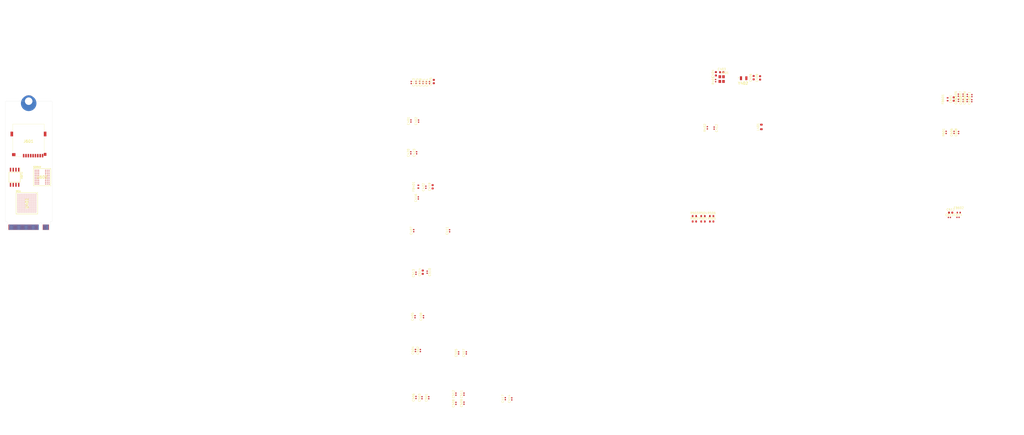
<source format=kicad_pcb>
(kicad_pcb (version 20211014) (generator pcbnew)
  (layers (0 "F.Cu" signal) (1 "In1.Cu" power) (2 "In2.Cu" signal) (3 "In3.Cu" signal) (4 "In4.Cu" power) (31 "B.Cu" signal) (34 "B.Paste" user) (35 "F.Paste" user) (36 "B.SilkS" user "B.Silkscreen") (37 "F.SilkS" user "F.Silkscreen") (38 "B.Mask" user) (39 "F.Mask" user) (44 "Edge.Cuts" user))
  (net 0 "")
  (net 1 "+3V3")
  (net 2 "GND")
  (net 3 "/MCU GPIO & BUS/USB CAP")
  (net 4 "+1V8")
  (net 5 "+5V")
  (net 6 "/MCU POWER & CRYSTALS/XTALI")
  (net 7 "/MCU POWER & CRYSTALS/XTAL0")
  (net 8 "/MCU POWER & CRYSTALS/RTC_XTALI")
  (net 9 "/MCU POWER & CRYSTALS/RTC_XTALO")
  (net 10 "/MCU POWER & CRYSTALS/VDD_SNVS_CAP")
  (net 11 "FLEXSPI_SS")
  (net 12 "/MCU POWER & CRYSTALS/VDD_SOC_IN")
  (net 13 "/MCU POWER & CRYSTALS/NVCC_PLL")
  (net 14 "/MCU POWER & CRYSTALS/DCDC_PSWITCH")
  (net 15 "SDRAM_CKE")
  (net 16 "SDRAM_A12")
  (net 17 "SDRAM_A8")
  (net 18 "/MCU POWER & CRYSTALS/DCDC_IN")
  (net 19 "SDRAM_A7")
  (net 20 "SDRAM_A4")
  (net 21 "SDRAM_A6")
  (net 22 "SDRAM_A9")
  (net 23 "SDRAM_CLK")
  (net 24 "SDRAM_A11")
  (net 25 "SDRAM_A5")
  (net 26 "/MCU POWER & CRYSTALS/VDD_HIGH_CAP")
  (net 27 "SDRAM_BA0")
  (net 28 "SDRAM_A0")
  (net 29 "SDRAM_D14")
  (net 30 "SDRAM_D11")
  (net 31 "SDRAM_D9")
  (net 32 "SDRAM_D8")
  (net 33 "SDRAM_WE")
  (net 34 "SDRAM_RAS")
  (net 35 "SDRAM_CAS")
  (net 36 "SDRAM_D12")
  (net 37 "SDRAM_D10")
  (net 38 "SDRAM_DQMH")
  (net 39 "SDRAM_CS")
  (net 40 "SDRAM_D0")
  (net 41 "SDRAM_D15")
  (net 42 "SDRAM_D13")
  (net 43 "SDRAM_BA1")
  (net 44 "SDRAM_D4")
  (net 45 "SDRAM_D1")
  (net 46 "SDRAM_D2")
  (net 47 "SDRAM_A1")
  (net 48 "SDRAM_A10")
  (net 49 "SDRAM_A2")
  (net 50 "SDRAM_D3")
  (net 51 "SDRAM_D5")
  (net 52 "I2S_BCLK")
  (net 53 "SDRAM_A3")
  (net 54 "SDRAM_3V3")
  (net 55 "SDRAM_DQML")
  (net 56 "SDRAM_D7")
  (net 57 "SDRAM_D6")
  (net 58 "I2S_DACDAT")
  (net 60 "I2S_ADCDAT")
  (net 61 "I2S_LRC")
  (net 62 "FLEXSPI_CLK")
  (net 63 "I2S_MCLK")
  (net 64 "FLEXSPI_D1")
  (net 65 "FLEXSPI_D0")
  (net 66 "FLEXSPI_D2")
  (net 67 "CODEC_SDA")
  (net 68 "CODEC_SCL")
  (net 69 "JTAG_TMS")
  (net 70 "FLEXSPI_D3")
  (net 71 "JTAG_TCK")
  (net 72 "JTAG_TDI")
  (net 73 "JTAG_nTRST")
  (net 74 "JTAG_TDO")
  (net 75 "SD_DAT2")
  (net 76 "SD_DAT3")
  (net 77 "SD_CMD")
  (net 78 "/MEMORY /SD_VDD")
  (net 79 "SD_CLK")
  (net 80 "SD_DAT0")
  (net 84 "PMIC_ON_REQ")
  (net 85 "SD_DAT1")
  (net 92 "IO28")
  (net 94 "IO25")
  (net 95 "/MCU POWER & CRYSTALS/DCDC_LP")
  (net 96 "IO22")
  (net 97 "IO20")
  (net 98 "IO18")
  (net 99 "POR_B")
  (net 100 "IO16")
  (net 103 "IO27")
  (net 107 "IO24")
  (net 108 "IO19")
  (net 109 "IO17")
  (net 110 "IO15")
  (net 111 "IO14")
  (net 112 "IO26")
  (net 113 "IO23")
  (net 115 "IO21")
  (net 117 "IO6")
  (net 118 "IO9")
  (net 119 "IO11")
  (net 120 "IO13")
  (net 121 "SPI_CS")
  (net 128 "USB_D+")
  (net 129 "USB_D-")
  (net 131 "SPI_SCK")
  (net 132 "IO1")
  (net 133 "IO3")
  (net 134 "IO5")
  (net 135 "IO8")
  (net 136 "IO10")
  (net 137 "IO12")
  (net 142 "SPI_SIN")
  (net 143 "SPI_SOUT")
  (net 144 "IO2")
  (net 145 "IO4")
  (net 146 "IO7")
  (net 147 "ON_OFF")
  (net 148 "VBUS")
  (net 155 "MIDI_IN")
  (net 158 "MIDI_OUT")
  (net 159 "Net-(R501-Pad1)")
  (net 160 "Net-(R505-Pad2)")
  (net 161 "Net-(R502-Pad1)")
  (net 162 "Net-(R506-Pad2)")
  (net 163 "Net-(R503-Pad1)")
  (net 164 "Net-(R504-Pad2)")
  (footprint "MY CAPACITOR LIBRARY:0402_CL05B224KO5NNNC" (layer "F.Cu") (at 326.1 81.71 90)
    (fp_text reference "C402" (at 0 -1.16 90) (layer "F.SilkS"))
    (fp_text value "220n")
    (pad "1" smd roundrect (at -0.48 0 90) (size 0.56 0.62) (layers "F.Cu" "F.Paste" "F.Mask") (net 1 "+3V3"))
    (pad "2" smd roundrect (at 0.48 0 90) (size 0.56 0.62) (layers "F.Cu" "F.Paste" "F.Mask") (net 2 "GND"))
  )
  (footprint "MY CAPACITOR LIBRARY:0402_CL05B104KB54PNC" (layer "F.Cu") (at 577.5 87.03 90)
    (fp_text reference "C608" (at 0 -1.16 90) (layer "F.SilkS"))
    (fp_text value "100n")
    (pad "1" smd roundrect (at -0.48 0 90) (size 0.56 0.62) (layers "F.Cu" "F.Paste" "F.Mask") (net 4 "+1V8"))
    (pad "2" smd roundrect (at 0.48 0 90) (size 0.56 0.62) (layers "F.Cu" "F.Paste" "F.Mask") (net 2 "GND"))
  )
  (footprint "MY CAPACITOR LIBRARY:0402_CL05B104KB54PNC" (layer "F.Cu") (at 344.75 189.75 90)
    (fp_text reference "C505" (at 0 -1.16 90) (layer "F.SilkS"))
    (fp_text value "100n")
    (pad "1" smd roundrect (at -0.48 0 90) (size 0.56 0.62) (layers "F.Cu" "F.Paste" "F.Mask") (net 4 "+1V8"))
    (pad "2" smd roundrect (at 0.48 0 90) (size 0.56 0.62) (layers "F.Cu" "F.Paste" "F.Mask") (net 2 "GND"))
  )
  (footprint "MY RESISTOR LIBRARY:0402WGJ0225TCE" (layer "F.Cu") (at 464.3942 62.8334 90)
    (fp_text reference "R401" (at 0 -1.17 90) (layer "F.SilkS"))
    (fp_text value "2.2M")
    (pad "1" smd roundrect (at -0.51 0 90) (size 0.54 0.64) (layers "F.Cu" "F.Paste" "F.Mask") (net 6 "/MCU POWER & CRYSTALS/XTALI"))
    (pad "2" smd roundrect (at 0.51 0 90) (size 0.54 0.64) (layers "F.Cu" "F.Paste" "F.Mask") (net 2 "GND"))
  )
  (footprint "MY MEMORY AND STORAGE LIBRARY:IS42S16160J-6BLI" (layer "F.Cu") (at 150.85 107.83 180)
    (fp_text reference "U602" (at 0 0) (layer "F.SilkS") (effects (font (size 1.27 1.27) (thickness 0.254))))
    (fp_text value "IS42S16160J-6BLI" hide)
    (pad "A1" smd circle (at -3.2 -3.2 270) (size 0.41 0.41) (layers "F.Cu" "F.Paste" "F.Mask") (net 2 "GND"))
    (pad "A2" smd circle (at -2.4 -3.2 270) (size 0.41 0.41) (layers "F.Cu" "F.Paste" "F.Mask") (net 41 "SDRAM_D15"))
    (pad "A3" smd circle (at -1.6 -3.2 270) (size 0.41 0.41) (layers "F.Cu" "F.Paste" "F.Mask") (net 2 "GND"))
    (pad "A7" smd circle (at 1.6 -3.2 270) (size 0.41 0.41) (layers "F.Cu" "F.Paste" "F.Mask") (net 54 "SDRAM_3V3"))
    (pad "A8" smd circle (at 2.4 -3.2 270) (size 0.41 0.41) (layers "F.Cu" "F.Paste" "F.Mask") (net 40 "SDRAM_D0"))
    (pad "A9" smd circle (at 3.2 -3.2 270) (size 0.41 0.41) (layers "F.Cu" "F.Paste" "F.Mask") (net 54 "SDRAM_3V3"))
    (pad "B1" smd circle (at -3.2 -2.4 270) (size 0.41 0.41) (layers "F.Cu" "F.Paste" "F.Mask") (net 29 "SDRAM_D14"))
    (pad "B2" smd circle (at -2.4 -2.4 270) (size 0.41 0.41) (layers "F.Cu" "F.Paste" "F.Mask") (net 42 "SDRAM_D13"))
    (pad "B3" smd circle (at -1.6 -2.4 270) (size 0.41 0.41) (layers "F.Cu" "F.Paste" "F.Mask") (net 54 "SDRAM_3V3"))
    (pad "B7" smd circle (at 1.6 -2.4 270) (size 0.41 0.41) (layers "F.Cu" "F.Paste" "F.Mask") (net 2 "GND"))
    (pad "B8" smd circle (at 2.4 -2.4 270) (size 0.41 0.41) (layers "F.Cu" "F.Paste" "F.Mask") (net 46 "SDRAM_D2"))
    (pad "B9" smd circle (at 3.2 -2.4 270) (size 0.41 0.41) (layers "F.Cu" "F.Paste" "F.Mask") (net 45 "SDRAM_D1"))
    (pad "C1" smd circle (at -3.2 -1.6 270) (size 0.41 0.41) (layers "F.Cu" "F.Paste" "F.Mask") (net 36 "SDRAM_D12"))
    (pad "C2" smd circle (at -2.4 -1.6 270) (size 0.41 0.41) (layers "F.Cu" "F.Paste" "F.Mask") (net 30 "SDRAM_D11"))
    (pad "C3" smd circle (at -1.6 -1.6 270) (size 0.41 0.41) (layers "F.Cu" "F.Paste" "F.Mask") (net 2 "GND"))
    (pad "C7" smd circle (at 1.6 -1.6 270) (size 0.41 0.41) (layers "F.Cu" "F.Paste" "F.Mask") (net 54 "SDRAM_3V3"))
    (pad "C8" smd circle (at 2.4 -1.6 270) (size 0.41 0.41) (layers "F.Cu" "F.Paste" "F.Mask") (net 44 "SDRAM_D4"))
    (pad "C9" smd circle (at 3.2 -1.6 270) (size 0.41 0.41) (layers "F.Cu" "F.Paste" "F.Mask") (net 50 "SDRAM_D3"))
    (pad "D1" smd circle (at -3.2 -0.8 270) (size 0.41 0.41) (layers "F.Cu" "F.Paste" "F.Mask") (net 37 "SDRAM_D10"))
    (pad "D2" smd circle (at -2.4 -0.8 270) (size 0.41 0.41) (layers "F.Cu" "F.Paste" "F.Mask") (net 31 "SDRAM_D9"))
    (pad "D3" smd circle (at -1.6 -0.8 270) (size 0.41 0.41) (layers "F.Cu" "F.Paste" "F.Mask") (net 54 "SDRAM_3V3"))
    (pad "D7" smd circle (at 1.6 -0.8 270) (size 0.41 0.41) (layers "F.Cu" "F.Paste" "F.Mask") (net 2 "GND"))
    (pad "D8" smd circle (at 2.4 -0.8 270) (size 0.41 0.41) (layers "F.Cu" "F.Paste" "F.Mask") (net 57 "SDRAM_D6"))
    (pad "D9" smd circle (at 3.2 -0.8 270) (size 0.41 0.41) (layers "F.Cu" "F.Paste" "F.Mask") (net 51 "SDRAM_D5"))
    (pad "E1" smd circle (at -3.2 0 270) (size 0.41 0.41) (layers "F.Cu" "F.Paste" "F.Mask") (net 32 "SDRAM_D8"))
    (pad "E2" smd circle (at -2.4 0 270) (size 0.41 0.41) (layers "F.Cu" "F.Paste" "F.Mask"))
    (pad "E3" smd circle (at -1.6 0 270) (size 0.41 0.41) (layers "F.Cu" "F.Paste" "F.Mask") (net 2 "GND"))
    (pad "E7" smd circle (at 1.6 0 270) (size 0.41 0.41) (layers "F.Cu" "F.Paste" "F.Mask") (net 54 "SDRAM_3V3"))
    (pad "E8" smd circle (at 2.4 0 270) (size 0.41 0.41) (layers "F.Cu" "F.Paste" "F.Mask") (net 55 "SDRAM_DQML"))
    (pad "E9" smd circle (at 3.2 0 270) (size 0.41 0.41) (layers "F.Cu" "F.Paste" "F.Mask") (net 56 "SDRAM_D7"))
    (pad "F1" smd circle (at -3.2 0.8 270) (size 0.41 0.41) (layers "F.Cu" "F.Paste" "F.Mask") (net 38 "SDRAM_DQMH"))
    (pad "F2" smd circle (at -2.4 0.8 270) (size 0.41 0.41) (layers "F.Cu" "F.Paste" "F.Mask") (net 23 "SDRAM_CLK"))
    (pad "F3" smd circle (at -1.6 0.8 270) (size 0.41 0.41) (layers "F.Cu" "F.Paste" "F.Mask") (net 15 "SDRAM_CKE"))
    (pad "F7" smd circle (at 1.6 0.8 270) (size 0.41 0.41) (layers "F.Cu" "F.Paste" "F.Mask") (net 35 "SDRAM_CAS"))
    (pad "F8" smd circle (at 2.4 0.8 270) (size 0.41 0.41) (layers "F.Cu" "F.Paste" "F.Mask") (net 34 "SDRAM_RAS"))
    (pad "F9" smd circle (at 3.2 0.8 270) (size 0.41 0.41) (layers "F.Cu" "F.Paste" "F.Mask") (net 33 "SDRAM_WE"))
    (pad "G1" smd circle (at -3.2 1.6 270) (size 0.41 0.41) (layers "F.Cu" "F.Paste" "F.Mask") (net 16 "SDRAM_A12"))
    (pad "G2" smd circle (at -2.4 1.6 270) (size 0.41 0.41) (layers "F.Cu" "F.Paste" "F.Mask") (net 24 "SDRAM_A11"))
    (pad "G3" smd circle (at -1.6 1.6 270) (size 0.41 0.41) (layers "F.Cu" "F.Paste" "F.Mask") (net 22 "SDRAM_A9"))
    (pad "G7" smd circle (at 1.6 1.6 270) (size 0.41 0.41) (layers "F.Cu" "F.Paste" "F.Mask") (net 27 "SDRAM_BA0"))
    (pad "G8" smd circle (at 2.4 1.6 270) (size 0.41 0.41) (layers "F.Cu" "F.Paste" "F.Mask") (net 43 "SDRAM_BA1"))
    (pad "G9" smd circle (at 3.2 1.6 270) (size 0.41 0.41) (layers "F.Cu" "F.Paste" "F.Mask") (net 39 "SDRAM_CS"))
    (pad "H1" smd circle (at -3.2 2.4 270) (size 0.41 0.41) (layers "F.Cu" "F.Paste" "F.Mask") (net 17 "SDRAM_A8"))
    (pad "H2" smd circle (at -2.4 2.4 270) (size 0.41 0.41) (layers "F.Cu" "F.Paste" "F.Mask") (net 19 "SDRAM_A7"))
    (pad "H3" smd circle (at -1.6 2.4 270) (size 0.41 0.41) (layers "F.Cu" "F.Paste" "F.Mask") (net 21 "SDRAM_A6"))
    (pad "H7" smd circle (at 1.6 2.4 270) (size 0.41 0.41) (layers "F.Cu" "F.Paste" "F.Mask") (net 28 "SDRAM_A0"))
    (pad "H8" smd circle (at 2.4 2.4 270) (size 0.41 0.41) (layers "F.Cu" "F.Paste" "F.Mask") (net 47 "SDRAM_A1"))
    (pad "H9" smd circle (at 3.2 2.4 270) (size 0.41 0.41) (layers "F.Cu" "F.Paste" "F.Mask") (net 48 "SDRAM_A10"))
    (pad "J1" smd circle (at -3.2 3.2 270) (size 0.41 0.41) (layers "F.Cu" "F.Paste" "F.Mask") (net 2 "GND"))
    (pad "J2" smd circle (at -2.4 3.2 270) (size 0.41 0.41) (layers "F.Cu" "F.Paste" "F.Mask") (net 25 "SDRAM_A5"))
    (pad "J3" smd circle (at -1.6 3.2 270) (size 0.41 0.41) (layers "F.Cu" "F.Paste" "F.Mask") (net 20 "SDRAM_A4"))
    (pad "J7" smd circle (at 1.6 3.2 270) (size 0.41 0.41) (layers "F.Cu" "F.Paste" "F.Mask") (net 53 "SDRAM_A3"))
    (pad "J8" smd circle (at 2.4 3.2 270) (size 0.41 0.41) (layers "F.Cu" "F.Paste" "F.Mask") (net 49 "SDRAM_A2"))
    (pad "J9" smd circle (at 3.2 3.2 270) (size 0.41 0.41) (layers "F.Cu" "F.Paste" "F.Mask") (net 54 "SDRAM_3V3"))
  )
  (footprint "MY CAPACITOR LIBRARY:0402_CL05B224KO5NNNC" (layer "F.Cu") (at 324.95 63.68 90)
    (fp_text reference "C413" (at 0 -1.16 90) (layer "F.SilkS"))
    (fp_text value "220n")
    (pad "1" smd roundrect (at -0.48 0 90) (size 0.56 0.62) (layers "F.Cu" "F.Paste" "F.Mask") (net 12 "/MCU POWER & CRYSTALS/VDD_SOC_IN"))
    (pad "2" smd roundrect (at 0.48 0 90) (size 0.56 0.62) (layers "F.Cu" "F.Paste" "F.Mask") (net 2 "GND"))
  )
  (footprint "MY CAPACITOR LIBRARY:CL10C080DB81PNC" (layer "F.Cu") (at 485.1 61.58 90)
    (fp_text reference "C409" (at 0 -1.43 90) (layer "F.SilkS"))
    (fp_text value "8p")
    (pad "1" smd roundrect (at -0.775 0 90) (size 0.9 0.95) (layers "F.Cu" "F.Paste" "F.Mask") (net 9 "/MCU POWER & CRYSTALS/RTC_XTALO"))
    (pad "2" smd roundrect (at 0.775 0 90) (size 0.9 0.95) (layers "F.Cu" "F.Paste" "F.Mask") (net 2 "GND"))
  )
  (footprint "MY RESISTOR LIBRARY:0603WAF0000T5E" (layer "F.Cu") (at 462.54 128.5)
    (fp_text reference "R505" (at 0 -1.43) (layer "F.SilkS"))
    (fp_text value "0R")
    (pad "1" smd roundrect (at -0.825 0) (size 0.8 0.95) (layers "F.Cu" "F.Paste" "F.Mask") (net 52 "I2S_BCLK"))
    (pad "2" smd roundrect (at 0.825 0) (size 0.8 0.95) (layers "F.Cu" "F.Paste" "F.Mask") (net 160 "Net-(R505-Pad2)"))
  )
  (footprint "MY RESISTOR LIBRARY:0603WAF0000T5E" (layer "F.Cu") (at 462.54 125.99)
    (fp_text reference "R506" (at 0 -1.43) (layer "F.SilkS"))
    (fp_text value "0R")
    (pad "1" smd roundrect (at -0.825 0) (size 0.8 0.95) (layers "F.Cu" "F.Paste" "F.Mask") (net 61 "I2S_LRC"))
    (pad "2" smd roundrect (at 0.825 0) (size 0.8 0.95) (layers "F.Cu" "F.Paste" "F.Mask") (net 162 "Net-(R506-Pad2)"))
  )
  (footprint "MY CAPACITOR LIBRARY:0402_CL05B104KB54PNC" (layer "F.Cu") (at 579.65 72.1404 90)
    (fp_text reference "C603" (at 0 -1.16 90) (layer "F.SilkS"))
    (fp_text value "100n")
    (pad "1" smd roundrect (at -0.48 0 90) (size 0.56 0.62) (layers "F.Cu" "F.Paste" "F.Mask") (net 54 "SDRAM_3V3"))
    (pad "2" smd roundrect (at 0.48 0 90) (size 0.56 0.62) (layers "F.Cu" "F.Paste" "F.Mask") (net 2 "GND"))
  )
  (footprint "MY FERRITE BEAD LIBRARY:UPZ1608U601-1R3TF_0603" (layer "F.Cu") (at 577.58 124.36)
    (fp_text reference "FB602" (at 0 -2.2) (layer "F.SilkS"))
    (fp_text value "UPZ1608U601-1R3TF")
    (pad "1" smd rect (at -0.6604 0) (size 0.6 0.8) (layers "F.Cu" "F.Paste" "F.Mask") (net 1 "+3V3"))
    (pad "2" smd rect (at 0.6604 0) (size 0.6 0.8) (layers "F.Cu" "F.Paste" "F.Mask") (net 78 "/MEMORY /SD_VDD"))
  )
  (footprint "MY CAPACITOR LIBRARY:0402_CL05B104KB54PNC" (layer "F.Cu") (at 581.5 72.1404 90)
    (fp_text reference "C604" (at 0 -1.16 90) (layer "F.SilkS"))
    (fp_text value "100n")
    (pad "1" smd roundrect (at -0.48 0 90) (size 0.56 0.62) (layers "F.Cu" "F.Paste" "F.Mask") (net 54 "SDRAM_3V3"))
    (pad "2" smd roundrect (at 0.48 0 90) (size 0.56 0.62) (layers "F.Cu" "F.Paste" "F.Mask") (net 2 "GND"))
  )
  (footprint "MY RESISTOR LIBRARY:0402WGF1002TCE" (layer "F.Cu") (at 571.7 86.98 90)
    (fp_text reference "R601" (at 0 -1.17 90) (layer "F.SilkS"))
    (fp_text value "10k")
    (pad "1" smd roundrect (at -0.51 0 90) (size 0.54 0.64) (layers "F.Cu" "F.Paste" "F.Mask") (net 4 "+1V8"))
    (pad "2" smd roundrect (at 0.51 0 90) (size 0.54 0.64) (layers "F.Cu" "F.Paste" "F.Mask") (net 11 "FLEXSPI_SS"))
  )
  (footprint "MY CAPACITOR LIBRARY:0402_CL05B224KO5NNNC" (layer "F.Cu") (at 326.6 63.68 90)
    (fp_text reference "C415" (at 0 -1.16 90) (layer "F.SilkS"))
    (fp_text value "220n")
    (pad "1" smd roundrect (at -0.48 0 90) (size 0.56 0.62) (layers "F.Cu" "F.Paste" "F.Mask") (net 12 "/MCU POWER & CRYSTALS/VDD_SOC_IN"))
    (pad "2" smd roundrect (at 0.48 0 90) (size 0.56 0.62) (layers "F.Cu" "F.Paste" "F.Mask") (net 2 "GND"))
  )
  (footprint "MY CAPACITOR LIBRARY:CL10C120JB81PNC" (layer "F.Cu") (at 467.239 58.9218)
    (fp_text reference "C403" (at 0 -1.43) (layer "F.SilkS"))
    (fp_text value "12p")
    (pad "1" smd roundrect (at -0.775 0) (size 0.9 0.95) (layers "F.Cu" "F.Paste" "F.Mask") (net 6 "/MCU POWER & CRYSTALS/XTALI"))
    (pad "2" smd roundrect (at 0.775 0) (size 0.9 0.95) (layers "F.Cu" "F.Paste" "F.Mask") (net 2 "GND"))
  )
  (footprint "MY CAPACITOR LIBRARY:0402_CL05B224KO5NNNC" (layer "F.Cu") (at 323.85 132.78 90)
    (fp_text reference "C407" (at 0 -1.16 90) (layer "F.SilkS"))
    (fp_text value "220n")
    (pad "1" smd roundrect (at -0.48 0 90) (size 0.56 0.62) (layers "F.Cu" "F.Paste" "F.Mask") (net 1 "+3V3"))
    (pad "2" smd roundrect (at 0.48 0 90) (size 0.56 0.62) (layers "F.Cu" "F.Paste" "F.Mask") (net 2 "GND"))
  )
  (footprint "MY CAPACITOR LIBRARY:0402_CL05A475MP5NRNC" (layer "F.Cu") (at 348.35 189.75 90)
    (fp_text reference "C507" (at 0 -1.16 90) (layer "F.SilkS"))
    (fp_text value "4.7u")
    (pad "1" smd roundrect (at -0.48 0 90) (size 0.56 0.62) (layers "F.Cu" "F.Paste" "F.Mask") (net 4 "+1V8"))
    (pad "2" smd roundrect (at 0.48 0 90) (size 0.56 0.62) (layers "F.Cu" "F.Paste" "F.Mask") (net 2 "GND"))
  )
  (footprint "MY CAPACITOR LIBRARY:0402_CL05B104KB54PNC" (layer "F.Cu") (at 583.7 69.8404 90)
    (fp_text reference "C611" (at 0 -1.16 90) (layer "F.SilkS"))
    (fp_text value "100n")
    (pad "1" smd roundrect (at -0.48 0 90) (size 0.56 0.62) (layers "F.Cu" "F.Paste" "F.Mask") (net 54 "SDRAM_3V3"))
    (pad "2" smd roundrect (at 0.48 0 90) (size 0.56 0.62) (layers "F.Cu" "F.Paste" "F.Mask") (net 2 "GND"))
  )
  (footprint "MY RESISTOR LIBRARY:AF0402FR-0730KL" (layer "F.Cu") (at 460.55 84.84 90)
    (fp_text reference "R402" (at 0 -1.17 90) (layer "F.SilkS"))
    (fp_text value "30k")
    (pad "1" smd roundrect (at -0.51 0 90) (size 0.54 0.64) (layers "F.Cu" "F.Paste" "F.Mask") (net 18 "/MCU POWER & CRYSTALS/DCDC_IN"))
    (pad "2" smd roundrect (at 0.51 0 90) (size 0.54 0.64) (layers "F.Cu" "F.Paste" "F.Mask") (net 14 "/MCU POWER & CRYSTALS/DCDC_PSWITCH"))
  )
  (footprint "MY CRYSTAL LIBRARY:7V24000026" (layer "F.Cu") (at 467.2 62.13)
    (fp_text reference "Y401" (at 1.475 -2.885) (layer "F.SilkS"))
    (fp_text value "7V24000026")
    (pad "1" smd rect (at -0.85 -1.1) (size 1.2 1.4) (layers "F.Cu" "F.Paste" "F.Mask") (net 6 "/MCU POWER & CRYSTALS/XTALI"))
    (pad "2" smd rect (at -0.85 1.1) (size 1.2 1.4) (layers "F.Cu" "F.Paste" "F.Mask") (net 2 "GND"))
    (pad "3" smd rect (at 0.85 1.1) (size 1.2 1.4) (layers "F.Cu" "F.Paste" "F.Mask") (net 7 "/MCU POWER & CRYSTALS/XTAL0"))
    (pad "4" smd rect (at 0.85 -1.1) (size 1.2 1.4) (layers "F.Cu" "F.Paste" "F.Mask") (net 2 "GND"))
  )
  (footprint "MY CAPACITOR LIBRARY:0402_CL05A475MP5NRNC" (layer "F.Cu") (at 322.55 81.66 90)
    (fp_text reference "C401" (at 0 -1.16 90) (layer "F.SilkS"))
    (fp_text value "4.7u")
    (pad "1" smd roundrect (at -0.48 0 90) (size 0.56 0.62) (layers "F.Cu" "F.Paste" "F.Mask") (net 1 "+3V3"))
    (pad "2" smd roundrect (at 0.48 0 90) (size 0.56 0.62) (layers "F.Cu" "F.Paste" "F.Mask") (net 2 "GND"))
  )
  (footprint "MY CAPACITOR LIBRARY:0402_CL05B224KO5NNNC" (layer "F.Cu") (at 322.7 63.73 90)
    (fp_text reference "C410")
    (fp_text value "220n")
    (pad "1" smd roundrect (at -0.48 0 90) (size 0.56 0.62) (layers "F.Cu" "F.Paste" "F.Mask") (net 12 "/MCU POWER & CRYSTALS/VDD_SOC_IN"))
    (pad "2" smd roundrect (at 0.48 0 90) (size 0.56 0.62) (layers "F.Cu" "F.Paste" "F.Mask") (net 2 "GND"))
  )
  (footprint "MY CAPACITOR LIBRARY:CL10C120JB81PNC" (layer "F.Cu") (at 464.5212 59.6584 90)
    (fp_text reference "C404" (at 0 -1.43 90) (layer "F.SilkS"))
    (fp_text value "12p")
    (pad "1" smd roundrect (at -0.775 0 90) (size 0.9 0.95) (layers "F.Cu" "F.Paste" "F.Mask") (net 7 "/MCU POWER & CRYSTALS/XTAL0"))
    (pad "2" smd roundrect (at 0.775 0 90) (size 0.9 0.95) (layers "F.Cu" "F.Paste" "F.Mask") (net 2 "GND"))
  )
  (footprint "MY CAPACITOR LIBRARY:0402_CL05B224KO5NNNC" (layer "F.Cu") (at 463.7 84.98 -90)
    (fp_text reference "C412" (at 0 -1.16 90) (layer "F.SilkS"))
    (fp_text value "220n")
    (pad "1" smd roundrect (at -0.48 0 270) (size 0.56 0.62) (layers "F.Cu" "F.Paste" "F.Mask") (net 14 "/MCU POWER & CRYSTALS/DCDC_PSWITCH"))
    (pad "2" smd roundrect (at 0.48 0 270) (size 0.56 0.62) (layers "F.Cu" "F.Paste" "F.Mask") (net 2 "GND"))
  )
  (footprint "MY CONNECTOR LIBRARY:TF-15x15_smd" (layer "F.Cu") (at 144.5 90.73 180)
    (fp_text reference "J601" (at 0 -0.4) (layer "F.SilkS") (effects (font (size 1.27 1.27) (thickness 0.254))))
    (fp_text value "TF-15x15" hide)
    (pad "" np_thru_hole circle (at -4.95 3.4 180) (size 1 1) (drill 1) (layers *.Cu *.Mask))
    (pad "" np_thru_hole circle (at 3.05 3.4 180) (size 1 1) (drill 1) (layers *.Cu *.Mask))
    (pad "1" smd rect (at 2.25 -7.1 180) (size 0.7 1.6) (layers "F.Cu" "F.Paste" "F.Mask") (net 75 "SD_DAT2"))
    (pad "2" smd rect (at 1.15 -7.1 180) (size 0.7 1.6) (layers "F.Cu" "F.Paste" "F.Mask") (net 76 "SD_DAT3"))
    (pad "3" smd rect (at 0.05 -7.1 180) (size 0.7 1.6) (layers "F.Cu" "F.Paste" "F.Mask") (net 77 "SD_CMD"))
    (pad "4" smd rect (at -1.05 -7.1 180) (size 0.7 1.6) (layers "F.Cu" "F.Paste" "F.Mask") (net 78 "/MEMORY /SD_VDD"))
    (pad "5" smd rect (at -2.15 -7.1 180) (size 0.7 1.6) (layers "F.Cu" "F.Paste" "F.Mask") (net 79 "SD_CLK"))
    (pad "6" smd rect (at -3.25 -7.1 180) (size 0.7 1.6) (layers "F.Cu" "F.Paste" "F.Mask") (net 2 "GND"))
    (pad "7" smd rect (at -4.35 -7.1 180) (size 0.7 1.6) (layers "F.Cu" "F.Paste" "F.Mask") (net 80 "SD_DAT0"))
    (pad "8" smd rect (at -5.45 -7.1 180) (size 0.7 1.6) (layers "F.Cu" "F.Paste" "F.Mask") (net 85 "SD_DAT1"))
    (pad "9" smd rect (at -6.55 -7.1 180) (size 0.7 1.6) (layers "F.Cu" "F.Paste" "F.Mask"))
    (pad "10" smd rect (at -7.75 3 180) (size 1.2 2.2) (layers "F.Cu" "F.Paste" "F.Mask") (net 2 "GND"))
    (pad "11" smd rect (at 7.75 3 180) (size 1.2 2.2) (layers "F.Cu" "F.Paste" "F.Mask") (net 2 "GND"))
    (pad "12" smd rect (at 6.85 -6.6 270) (size 1.4 1.6) (layers "F.Cu" "F.Paste" "F.Mask") (net 2 "GND"))
    (pad "13" smd rect (at -7.75 -6.5 180) (size 1.2 1.4) (layers "F.Cu" "F.Paste" "F.Mask") (net 2 "GND"))
  )
  (footprint "MY CONNECTOR LIBRARY:M.2-B-KEY" (layer "F.Cu") (at 144.6 132.43)
    (fp_text reference "U701" hide)
    (fp_text value "M.2-B-KEY" hide)
    (fp_circle (center 0 -59) (end 3 -59) (layer "B.Cu") (width 1.25) (fill none))
    (fp_poly (pts (xy 2.55 -56.4188) (xy -2.55 -56.4188) (xy -2.55 -61.5188) (xy 2.55 -61.5188)) (layer "B.Cu") (width 0) (fill solid))
    (fp_line (start 11 -4.2) (end 11.006447 -59.496447) (layer "Edge.Cuts") (width 0.05))
    (fp_line (start 6.2 0) (end 9.75 0) (layer "Edge.Cuts") (width 0.05))
    (fp_line (start 9.95 -0.2) (end 9.95 -3.5) (layer "Edge.Cuts") (width 0.05))
    (fp_line (start -10.8 -4) (end -10.45 -4) (layer "Edge.Cuts") (width 0.05))
    (fp_line (start -9.95 -3.5) (end -9.95 -0.2) (layer "Edge.Cuts") (width 0.05))
    (fp_line (start 10.5 -59.996847) (end -10.4728 -59.9948) (layer "Edge.Cuts") (width 0.05))
    (fp_line (start -10.9728 -59.4948) (end -11 -4.2) (layer "Edge.Cuts") (width 0.05))
    (fp_line (start 6.2 -2.9) (end 6.2 0) (layer "Edge.Cuts") (width 0.05))
    (fp_line (start 10.45 -4) (end 10.8 -4) (layer "Edge.Cuts") (width 0.05))
    (fp_line (start -9.75 0) (end 5 0) (layer "Edge.Cuts") (width 0.05))
    (fp_line (start 5 -2.9) (end 5 0) (layer "Edge.Cuts") (width 0.05))
    (fp_arc (start 9.95 -3.5) (mid 10.096447 -3.853553) (end 10.45 -4) (layer "Edge.Cuts") (width 0.05))
    (fp_arc (start 9.95 -0.2) (mid 9.891421 -0.058579) (end 9.75 0) (layer "Edge.Cuts") (width 0.05))
    (fp_arc (start -9.75 0) (mid -9.891421 -0.058579) (end -9.95 -0.2) (layer "Edge.Cuts") (width 0.05))
    (fp_arc (start 5.6 -3.5) (mid 6.024264 -3.324264) (end 6.2 -2.9) (layer "Edge.Cuts") (width 0.05))
    (fp_arc (start 5 -2.9) (mid 5.175736 -3.324264) (end 5.6 -3.5) (layer "Edge.Cuts") (width 0.05))
    (fp_arc (start -10.8 -4) (mid -10.941421 -4.058579) (end -11 -4.2) (layer "Edge.Cuts") (width 0.05))
    (fp_arc (start -10.9728 -59.4948) (mid -10.826353 -59.848353) (end -10.4728 -59.9948) (layer "Edge.Cuts") (width 0.05))
    (fp_arc (start 10.506447 -59.996447) (mid 10.859987 -59.849987) (end 11.006447 -59.496447) (layer "Edge.Cuts") (width 0.05))
    (fp_arc (start -10.45 -4) (mid -10.096447 -3.853553) (end -9.95 -3.5) (layer "Edge.Cuts") (width 0.05))
    (fp_arc (start 11 -4.2) (mid 10.941421 -4.058579) (end 10.8 -4) (layer "Edge.Cuts") (width 0.05))
    (pad "MOUNTING-HOLE" thru_hole circle (at 0 -60) (size 5.5 5.5) (drill 3.5) (layers *.Cu *.Mask) (net 2 "GND"))
    (pad "P$1" smd rect (at 9.25 -1.25) (size 0.35 2.5) (layers "F.Cu" "F.Paste" "F.Mask") (net 2 "GND"))
    (pad "P$2" smd rect (at 9 -1.25) (size 0.35 2.5) (layers "B.Cu" "B.Paste" "B.Mask") (net 128 "USB_D+"))
    (pad "P$3" smd rect (at 8.75 -1.25) (size 0.35 2.5) (layers "F.Cu" "F.Paste" "F.Mask") (net 112 "IO26"))
    (pad "P$4" smd rect (at 8.5 -1.25) (size 0.35 2.5) (layers "B.Cu" "B.Paste" "B.Mask") (net 129 "USB_D-"))
    (pad "P$5" smd rect (at 8.25 -1.25) (size 0.35 2.5) (layers "F.Cu" "F.Paste" "F.Mask") (net 103 "IO27"))
    (pad "P$6" smd rect (at 8 -1.25) (size 0.35 2.5) (layers "B.Cu" "B.Paste" "B.Mask") (net 2 "GND"))
    (pad "P$7" smd rect (at 7.75 -1.25) (size 0.35 2.5) (layers "F.Cu" "F.Paste" "F.Mask") (net 92 "IO28"))
    (pad "P$8" smd rect (at 7.5 -1.25) (size 0.35 2.5) (layers "B.Cu" "B.Paste" "B.Mask") (net 69 "JTAG_TMS"))
    (pad "P$9" smd rect (at 7.25 -1.25) (size 0.35 2.5) (layers "F.Cu" "F.Paste" "F.Mask") (net 94 "IO25"))
    (pad "P$10" smd rect (at 7 -1.25) (size 0.35 2.5) (layers "B.Cu" "B.Paste" "B.Mask") (net 72 "JTAG_TDI"))
    (pad "P$11" smd rect (at 6.75 -1.25) (size 0.35 2.5) (layers "F.Cu" "F.Paste" "F.Mask") (net 107 "IO24"))
    (pad "P$20" smd rect (at 4.5 -1.25) (size 0.35 2.5) (layers "B.Cu" "B.Paste" "B.Mask") (net 71 "JTAG_TCK"))
    (pad "P$21" smd rect (at 4.25 -1.25) (size 0.35 2.5) (layers "F.Cu" "F.Paste" "F.Mask") (net 113 "IO23"))
    (pad "P$22" smd rect (at 4 -1.25) (size 0.35 2.5) (layers "B.Cu" "B.Paste" "B.Mask") (net 74 "JTAG_TDO"))
    (pad "P$23" smd rect (at 3.75 -1.25) (size 0.35 2.5) (layers "F.Cu" "F.Paste" "F.Mask") (net 96 "IO22"))
    (pad "P$24" smd rect (at 3.5 -1.25) (size 0.35 2.5) (layers "B.Cu" "B.Paste" "B.Mask") (net 73 "JTAG_nTRST"))
    (pad "P$25" smd rect (at 3.25 -1.25) (size 0.35 2.5) (layers "F.Cu" "F.Paste" "F.Mask") (net 115 "IO21"))
    (pad "P$26" smd rect (at 3 -1.25) (size 0.35 2.5) (layers "B.Cu" "B.Paste" "B.Mask") (net 2 "GND"))
    (pad "P$27" smd rect (at 2.75 -1.25) (size 0.35 2.5) (layers "F.Cu" "F.Paste" "F.Mask") (net 97 "IO20"))
    (pad "P$28" smd rect (at 2.5 -1.25) (size 0.35 2.5) (layers "B.Cu" "B.Paste" "B.Mask") (net 2 "GND"))
    (pad "P$29" smd rect (at 2.25 -1.25) (size 0.35 2.5) (layers "F.Cu" "F.Paste" "F.Mask") (net 108 "IO19"))
    (pad "P$30" smd rect (at 2 -1.25) (size 0.35 2.5) (layers "B.Cu" "B.Paste" "B.Mask") (net 52 "I2S_BCLK"))
    (pad "P$31" smd rect (at 1.75 -1.25) (size 0.35 2.5) (layers "F.Cu" "F.Paste" "F.Mask") (net 98 "IO18"))
    (pad "P$32" smd rect (at 1.5 -1.25) (size 0.35 2.5) (layers "B.Cu" "B.Paste" "B.Mask") (net 60 "I2S_ADCDAT"))
    (pad "P$33" smd rect (at 1.25 -1.25) (size 0.35 2.5) (layers "F.Cu" "F.Paste" "F.Mask") (net 109 "IO17"))
    (pad "P$34" smd rect (at 1 -1.25) (size 0.35 2.5) (layers "B.Cu" "B.Paste" "B.Mask") (net 58 "I2S_DACDAT"))
    (pad "P$35" smd rect (at 0.75 -1.25) (size 0.35 2.5) (layers "F.Cu" "F.Paste" "F.Mask") (net 100 "IO16"))
    (pad "P$36" smd rect (at 0.5 -1.25) (size 0.35 2.5) (layers "B.Cu" "B.Paste" "B.Mask") (net 61 "I2S_LRC"))
    (pad "P$37" smd rect (at 0.25 -1.25) (size 0.35 2.5) (layers "F.Cu" "F.Paste" "F.Mask") (net 110 "IO15"))
    (pad "P$38" smd rect (at 0 -1.25) (size 0.35 2.5) (layers "B.Cu" "B.Paste" "B.Mask") (net 63 "I2S_MCLK"))
    (pad "P$39" smd rect (at -0.25 -1.25) (size 0.35 2.5) (layers "F.Cu" "F.Paste" "F.Mask") (net 111 "IO14"))
    (pad "P$40" smd rect (at -0.5 -1.25) (size 0.35 2.5) (layers "B.Cu" "B.Paste" "B.Mask") (net 2 "GND"))
    (pad "P$41" smd rect (at -0.75 -1.25) (size 0.35 2.5) (layers "F.Cu" "F.Paste" "F.Mask") (net 120 "IO13"))
    (pad "P$42" smd rect (at -1 -1.25) (size 0.35 2.5) (layers "B.Cu" "B.Paste" "B.Mask") (net 68 "CODEC_SCL"))
    (pad "P$43" smd rect (at -1.25 -1.25) (size 0.35 2.5) (layers "F.Cu" "F.Paste" "F.Mask") (net 137 "IO12"))
    (pad "P$44" smd rect (at -1.5 -1.25) (size 0.35 2.5) (layers "B.Cu" "B.Paste" "B.Mask") (net 67 "CODEC_SDA"))
    (pad "P$45" smd rect (at -1.75 -1.25) (size 0.35 2.5) (layers "F.Cu" "F.Paste" "F.Mask") (net 119 "IO11"))
    (pad "P$46" smd rect (at -2 -1.25) (size 0.35 2.5) (layers "B.Cu" "B.Paste" "B.Mask") (net 2 "GND"))
    (pad "P$47" smd rect (at -2.25 -1.25) (size 0.35 2.5) (layers "F.Cu" "F.Paste" "F.Mask") (net 136 "IO10"))
    (pad "P$48" smd rect (at -2.5 -1.25) (size 0.35 2.5) (layers "B.Cu" "B.Paste" "B.Mask") (net 155 "MIDI_IN"))
    (pad "P$49" smd rect (at -2.75 -1.25) (size 0.35 2.5) (layers "F.Cu" "F.Paste" "F.Mask") (net 118 "IO9"))
    (pad "P$50" smd rect (at -3 -1.25) (size 0.35 2.5) (layers "B.Cu" "B.Paste" "B.Mask") (net 158 "MIDI_OUT"))
    (pad "P$51" smd rect (at -3.25 -1.25) (size 0.35 2.5) (layers "F.Cu" "F.Paste" "F.Mask") (net 135 "IO8"))
    (pad "P$52" smd rect (at -3.5 -1.25) (size 0.35 2.5) (layers "B.Cu" "B.Paste" "B.Mask") (net 2 "GND"))
    (pad "P$53" smd rect (at -3.75 -1.25) (size 0.35 2.5) (layers "F.Cu" "F.Paste" "F.Mask") (net 146 "IO7"))
    (pad "P$54" smd rect (at -4 -1.25) (size 0.35 2.5) (layers "B.Cu" "B.Paste" "B.Mask") (net 1 "+3V3"))
    (pad "P$55" smd rect (at -4.25 -1.25) (size 0.35 2.5) (layers "F.Cu" "F.Paste" "F.Mask") (net 117 "IO6"))
    (pad "P$56" smd rect (at -4.5 -1.25) (size 0.35 2.5) (layers "B.Cu" "B.Paste" "B.Mask") (net 1 "+3V3"))
    (pad "P$57" smd rect (at -4.75 -1.25) (size 0.35 2.5) (layers "F.Cu" "F.Paste" "F.Mask") (net 134 "IO5"))
    (pad "P$58" smd rect (at -5 -1.25) (size 0.35 2.5) (layers "B.Cu" "B.Paste" "B.Mask") (net 1 "+3V3"))
    (pad "P$59" smd rect (at -5.25 -1.25) (size 0.35 2.5) (layers "F.Cu" "F.Paste" "F.Mask") (net 145 "IO4"))
    (pad "P$60" smd rect (at -5.5 -1.25) (size 0.35 2.5) (layers "B.Cu" "B.Paste" "B.Mask") (net 2 "GND"))
    (pad "P$61" smd rect (at -5.75 -1.25) (size 0.35 2.5) (layers "F.Cu" "F.Paste" "F.Mask") (net 133 "IO3"))
    (pad "P$62" smd rect (at -6 -1.25) (size 0.35 2.5) (layers "B.Cu" "B.Paste" "B.Mask") (net 5 "+5V"))
    (pad "P$63" smd rect (at -6.25 -1.25) (size 0.35 2.5) (layers "F.Cu" "F.Paste" "F.Mask") (net 144 "IO2"))
    (pad "P$64" smd rect (at -6.5 -1.25) (size 0.35 2.5) (layers "B.Cu" "B.Paste" "B.Mask") (net 2 "GND"))
    (pad "P$65" smd rect (at -6.75 -1.25) (size 0.35 2.5) (layers "F.Cu" "F.Paste" "F.Mask") (net 132 "IO1"))
    (pad "P$66" smd rect (at -7 -1.25) (size 0.35 2.5) (layers "B.Cu" "B.Paste" "B.Mask") (net 4 "+1V8"))
    (pad "P$67" smd rect (at -7.25 -1.25) (size 0.35 2.5) (layers "F.Cu" "F.Paste" "F.Mask") (net 131 "SPI_SCK"))
    (pad "P$68" smd rect (at -7.5 -1.25) (size 0.35 2.5) (layers "B.Cu" "B.Paste" "B.Mask") (net 2 "GND"))
    (pad "P$69" smd rect (at -7.75 -1.25) (size 0.35 2.5) (layers "F.Cu" "F.Paste" "F.Mask") (net 143 "SPI_SOUT"))
    (pad "P$70" smd rect (at -8 -1.25) (size 0.35 2.5) (layers "B.Cu" "B.Paste" "B.Mask") (net 84 "PMIC_ON_REQ"))
    (pad "P$71" smd rect (at -8.25 -1.25) (size 0.35 2.5) (layers "F.Cu" "F.Paste" "F.Mask") (net 142 "SPI_SIN"))
    (pad "P$72" smd rect (at -8.5 -1.25) (size 0.35 2.5) (layers "B.Cu" "B.Paste" "B.Mask") (net 99 "POR_B"))
    (pad "P$73" smd rect (at -8.75 -1.25) (size 0.35 2.5) (layers "F.Cu" "F.Paste" "F.Mask") (net 121 "SPI_CS"))
    (pad "P$74" smd rect (at -9 -1.25) (size 0.35 2.5) (layers "B.Cu" "B.Paste" "B.Mask") (net 147 "ON_OFF"))
    (pad "P$75" smd rect (at -9.25 -1.25) (size 0.35 2.5) (layers "F.Cu" "F.Paste" "F.Mask") (net 2 "GND"))
  )
  (footprint "MY CAPACITOR LIBRARY:0402_CL05B224KO5NNNC" (layer "F.Cu") (at 328.15 63.73 90)
    (fp_text reference "C418" (at 0 -1.16 90) (layer "F.SilkS"))
    (fp_text value "220n")
    (pad "1" smd roundrect (at -0.48 0 90) (size 0.56 0.62) (layers "F.Cu" "F.Paste" "F.Mask") (net 12 "/MCU POWER & CRYSTALS/VDD_SOC_IN"))
    (pad "2" smd roundrect (at 0.48 0 90) (size 0.56 0.62) (layers "F.Cu" "F.Paste" "F.Mask") (net 2 "GND"))
  )
  (footprint "MY INDUCTOR LIBRARY:LQM21PN4R7MGRD" (layer "F.Cu") (at 485.7 84.43 90)
    (fp_text reference "L401" (at 0 -1.55 90) (layer "F.SilkS"))
    (fp_text value "4.7u")
    (pad "1" smd roundrect (at -1.0625 0 90) (size 0.875 1.2) (layers "F.Cu" "F.Paste" "F.Mask") (net 95 "/MCU POWER & CRYSTALS/DCDC_LP"))
    (pad "2" smd roundrect (at 1.0625 0 90) (size 0.875 1.2) (layers "F.Cu" "F.Paste" "F.Mask") (net 12 "/MCU POWER & CRYSTALS/VDD_SOC_IN"))
  )
  (footprint "MY CAPACITOR LIBRARY:0402_CL05A475MP5NRNC" (layer "F.Cu") (at 330.85 210.63 90)
    (fp_text reference "C501" (at 0 -1.16 90) (layer "F.SilkS"))
    (fp_text value "4.7u")
    (pad "1" smd roundrect (at -0.48 0 90) (size 0.56 0.62) (layers "F.Cu" "F.Paste" "F.Mask") (net 1 "+3V3"))
    (pad "2" smd roundrect (at 0.48 0 90) (size 0.56 0.62) (layers "F.Cu" "F.Paste" "F.Mask") (net 2 "GND"))
  )
  (footprint "MY RESISTOR LIBRARY:0603WAF0000T5E" (layer "F.Cu") (at 454.52 125.99)
    (fp_text reference "R503" (at 0 -1.43) (layer "F.SilkS"))
    (fp_text value "0R")
    (pad "1" smd roundrect (at -0.825 0) (size 0.8 0.95) (layers "F.Cu" "F.Paste" "F.Mask") (net 163 "Net-(R503-Pad1)"))
    (pad "2" smd roundrect (at 0.825 0) (size 0.8 0.95) (layers "F.Cu" "F.Paste" "F.Mask") (net 62 "FLEXSPI_CLK"))
  )
  (footprint "MY CAPACITOR LIBRARY:0402_CL05B104KB54PNC" (layer "F.Cu") (at 347.25 213.18 90)
    (fp_text reference "C509" (at 0 -1.16 90) (layer "F.SilkS"))
    (fp_text value "100n")
    (pad "1" smd roundrect (at -0.48 0 90) (size 0.56 0.62) (layers "F.Cu" "F.Paste" "F.Mask") (net 1 "+3V3"))
    (pad "2" smd roundrect (at 0.48 0 90) (size 0.56 0.62) (layers "F.Cu" "F.Paste" "F.Mask") (net 2 "GND"))
  )
  (footprint "MY FERRITE BEAD LIBRARY:0603_BLM18AG121SN1D" (layer "F.Cu") (at 326 112.28 90)
    (fp_text reference "FB401" (at 0 -2.2 90) (layer "F.SilkS"))
    (fp_text value "120R")
    (pad "1" smd rect (at -0.6604 0 90) (size 0.6 0.8) (layers "F.Cu" "F.Paste" "F.Mask") (net 18 "/MCU POWER & CRYSTALS/DCDC_IN"))
    (pad "2" smd rect (at 0.6604 0 90) (size 0.6 0.8) (layers "F.Cu" "F.Paste" "F.Mask") (net 1 "+3V3"))
  )
  (footprint "MY CAPACITOR LIBRARY:0402_CL05A105KA5NQNC" (layer "F.Cu") (at 330.1 152.13 -90)
    (fp_text reference "C510" (at 0 -1.16 90) (layer "F.SilkS"))
    (fp_text value "1u")
    (pad "1" smd roundrect (at -0.48 0 270) (size 0.56 0.62) (layers "F.Cu" "F.Paste" "F.Mask") (net 148 "VBUS"))
    (pad "2" smd roundrect (at 0.48 0 270) (size 0.56 0.62) (layers "F.Cu" "F.Paste" "F.Mask") (net 2 "GND"))
  )
  (footprint "MY CAPACITOR LIBRARY:0402_CL05B224KO5NNNC" (layer "F.Cu") (at 329.5 112.53 90)
    (fp_text reference "C422" (at 0 -1.16 90) (layer "F.SilkS"))
    (fp_text value "220n")
    (pad "1" smd roundrect (at -0.48 0 90) (size 0.56 0.62) (layers "F.Cu" "F.Paste" "F.Mask") (net 18 "/MCU POWER & CRYSTALS/DCDC_IN"))
    (pad "2" smd roundrect (at 0.48 0 90) (size 0.56 0.62) (layers "F.Cu" "F.Paste" "F.Mask") (net 2 "GND"))
  )
  (footprint "MY CAPACITOR LIBRARY:0603_CL10A226MQ8NRNC" (layer "F.Cu") (at 573.8 124.38)
    (fp_text reference "C612" (at 0 -1.43) (layer "F.SilkS"))
    (fp_text value "22u")
    (pad "1" smd roundrect (at -0.775 0) (size 0.9 0.95) (layers "F.Cu" "F.Paste" "F.Mask") (net 78 "/MEMORY /SD_VDD"))
    (pad "2" smd roundrect (at 0.775 0) (size 0.9 0.95) (layers "F.Cu" "F.Paste" "F.Mask") (net 2 "GND"))
  )
  (footprint "MY CAPACITOR LIBRARY:0402_CL05A475MP5NRNC" (layer "F.Cu") (at 324.65 188.63 90)
    (fp_text reference "C504" (at 0 -1.16 90) (layer "F.SilkS"))
    (fp_text value "4.7u")
    (pad "1" smd roundrect (at -0.48 0 90) (size 0.56 0.62) (layers "F.Cu" "F.Paste" "F.Mask") (net 1 "+3V3"))
    (pad "2" smd roundrect (at 0.48 0 90) (size 0.56 0.62) (layers "F.Cu" "F.Paste" "F.Mask") (net 2 "GND"))
  )
  (footprint "MY CAPACITOR LIBRARY:0402_CL05B104KB54PNC" (layer "F.Cu") (at 327.7 210.63 90)
    (fp_text reference "C503" (at 0 -1.16 90) (layer "F.SilkS"))
    (fp_text value "100n")
    (pad "1" smd roundrect (at -0.48 0 90) (size 0.56 0.62) (layers "F.Cu" "F.Paste" "F.Mask") (net 1 "+3V3"))
    (pad "2" smd roundrect (at 0.48 0 90) (size 0.56 0.62) (layers "F.Cu" "F.Paste" "F.Mask") (net 2 "GND"))
  )
  (footprint "MY CAPACITOR LIBRARY:0603_CL10A226MQ8NRNC" (layer "F.Cu") (at 333.2 63.28 90)
    (fp_text reference "C425" (at 0 -1.43 90) (layer "F.SilkS"))
    (fp_text value "22u")
    (pad "1" smd roundrect (at -0.775 0 90) (size 0.9 0.95) (layers "F.Cu" "F.Paste" "F.Mask") (net 12 "/MCU POWER & CRYSTALS/VDD_SOC_IN"))
    (pad "2" smd roundrect (at 0.775 0 90) (size 0.9 0.95) (layers "F.Cu" "F.Paste" "F.Mask") (net 2 "GND"))
  )
  (footprint "MY CAPACITOR LIBRARY:0603_CL10A106KP8NNNC" (layer "F.Cu") (at 328.05 152.13 90)
    (fp_text reference "C514" (at 0 -1.43 90) (layer "F.SilkS"))
    (fp_text value "10u")
    (pad "1" smd roundrect (at -0.775 0 90) (size 0.9 0.95) (layers "F.Cu" "F.Paste" "F.Mask") (net 3 "/MCU GPIO & BUS/USB CAP"))
    (pad "2" smd roundrect (at 0.775 0 90) (size 0.9 0.95) (layers "F.Cu" "F.Paste" "F.Mask") (net 2 "GND"))
  )
  (footprint "MY CAPACITOR LIBRARY:0402_CL05B224KO5NNNC" (layer "F.Cu") (at 328.4 172.88 90)
    (fp_text reference "C408" (at 0 -1.16 90) (layer "F.SilkS"))
    (fp_text value "220n")
    (pad "1" smd roundrect (at -0.48 0 90) (size 0.56 0.62) (layers "F.Cu" "F.Paste" "F.Mask") (net 1 "+3V3"))
    (pad "2" smd roundrect (at 0.48 0 90) (size 0.56 0.62) (layers "F.Cu" "F.Paste" "F.Mask") (net 2 "GND"))
  )
  (footprint "MY CAPACITOR LIBRARY:0402_CL05A475MP5NRNC" (layer "F.Cu") (at 573.23 126.62)
    (fp_text reference "C613" (at 0 -1.16) (layer "F.SilkS"))
    (fp_text value "4.7u")
    (pad "1" smd roundrect (at -0.48 0) (size 0.56 0.62) (layers "F.Cu" "F.Paste" "F.Mask") (net 78 "/MEMORY /SD_VDD"))
    (pad "2" smd roundrect (at 0.48 0) (size 0.56 0.62) (layers "F.Cu" "F.Paste" "F.Mask") (net 2 "GND"))
  )
  (footprint "MY CAPACITOR LIBRARY:0402_CL05B104KB54PNC" (layer "F.Cu") (at 577.4 69.6404 90)
    (fp_text reference "C605" (at 0 -1.16 90) (layer "F.SilkS"))
    (fp_text value "100n")
    (pad "1" smd roundrect (at -0.48 0 90) (size 0.56 0.62) (layers "F.Cu" "F.Paste" "F.Mask") (net 54 "SDRAM_3V3"))
    (pad "2" smd roundrect (at 0.48 0 90) (size 0.56 0.62) (layers "F.Cu" "F.Paste" "F.Mask") (net 2 "GND"))
  )
  (footprint "MY CAPACITOR LIBRARY:0402_CL05B104KB54PNC" (layer "F.Cu") (at 577.24 126.58)
    (fp_text reference "C614" (at 0 -1.16) (layer "F.SilkS"))
    (fp_text value "100n")
    (pad "1" smd roundrect (at -0.48 0) (size 0.56 0.62) (layers "F.Cu" "F.Paste" "F.Mask") (net 78 "/MEMORY /SD_VDD"))
    (pad "2" smd roundrect (at 0.48 0) (size 0.56 0.62) (layers "F.Cu" "F.Paste" "F.Mask") (net 2 "GND"))
  )
  (footprint "MY FERRITE BEAD LIBRARY:0603_BLM18AG121SN1D" (layer "F.Cu") (at 572.4 71.5404 90)
    (fp_text reference "FB601" (at 0 -2.2 90) (layer "F.SilkS"))
    (fp_text value "120R")
    (pad "1" smd rect (at -0.6604 0 90) (size 0.6 0.8) (layers "F.Cu" "F.Paste" "F.Mask") (net 1 "+3V3"))
    (pad "2" smd rect (at 0.6604 0 90) (size 0.6 0.8) (layers "F.Cu" "F.Paste" "F.Mask") (net 54 "SDRAM_3V3"))
  )
  (footprint "MY CAPACITOR LIBRARY:0402_CL05A105KA5NQNC" (layer "F.Cu") (at 575.4 86.98 90)
    (fp_text reference "C606" (at 0 -1.16 90) (layer "F.SilkS"))
    (fp_text value "1u")
    (pad "1" smd roundrect (at -0.48 0 90) (size 0.56 0.62) (layers "F.Cu" "F.Paste" "F.Mask") (net 4 "+1V8"))
    (pad "2" smd roundrect (at 0.48 0 90) (size 0.56 0.62) (layers "F.Cu" "F.Paste" "F.Mask") (net 2 "GND"))
  )
  (footprint "MY CAPACITOR LIBRARY:0402_CL05A475MP5NRNC" (layer "F.Cu") (at 343.5 213.28 90)
    (fp_text reference "C508" (at 0 -1.16 90) (layer "F.SilkS"))
    (fp_text value "4.7u")
    (pad "1" smd roundrect (at -0.48 0 90) (size 0.56 0.62) (layers "F.Cu" "F.Paste" "F.Mask") (net 1 "+3V3"))
    (pad "2" smd roundrect (at 0.48 0 90) (size 0.56 0.62) (layers "F.Cu" "F.Paste" "F.Mask") (net 2 "GND"))
  )
  (footprint "MY RESISTOR LIBRARY:0603WAF0000T5E" (layer "F.Cu") (at 458.53 128.5)
    (fp_text reference "R501" (at 0 -1.43) (layer "F.SilkS"))
    (fp_text value "0R")
    (pad "1" smd roundrect (at -0.825 0) (size 0.8 0.95) (layers "F.Cu" "F.Paste" "F.Mask") (net 159 "Net-(R501-Pad1)"))
    (pad "2" smd roundrect (at 0.825 0) (size 0.8 0.95) (layers "F.Cu" "F.Paste" "F.Mask") (net 23 "SDRAM_CLK"))
  )
  (footprint "MY RESISTOR LIBRARY:0603WAF0000T5E" (layer "F.Cu") (at 458.53 125.99)
    (fp_text reference "R504" (at 0 -1.43) (layer "F.SilkS"))
    (fp_text value "0R")
    (pad "1" smd roundrect (at -0.825 0) (size 0.8 0.95) (layers "F.Cu" "F.Paste" "F.Mask") (net 63 "I2S_MCLK"))
    (pad "2" smd roundrect (at 0.825 0) (size 0.8 0.95) (layers "F.Cu" "F.Paste" "F.Mask") (net 164 "Net-(R504-Pad2)"))
  )
  (footprint "MY MEMORY AND STORAGE LIBRARY:IS25WP064A-JBLE" (layer "F.Cu") (at 138.05 107.88 -90)
    (fp_text reference "U601")
    (fp_text value "IS25WP064A-JBLE" hide)
    (pad "1" smd rect (at -3.532 -1.905) (size 0.65 1.785) (layers "F.Cu" "F.Paste" "F.Mask") (net 11 "FLEXSPI_SS"))
    (pad "2" smd rect (at -3.532 -0.635) (size 0.65 1.785) (layers "F.Cu" "F.Paste" "F.Mask") (net 64 "FLEXSPI_D1"))
    (pad "3" smd rect (at -3.532 0.635) (size 0.65 1.785) (layers "F.Cu" "F.Paste" "F.Mask") (net 66 "FLEXSPI_D2"))
    (pad "4" smd rect (at -3.532 1.905) (size 0.65 1.785) (layers "F.Cu" "F.Paste" "F.Mask") (net 2 "GND"))
    (pad "5" smd rect (at 3.532 1.905) (size 0.65 1.785) (layers "F.Cu" "F.Paste" "F.Mask") (net 65 "FLEXSPI_D0"))
    (pad "6" smd rect (at 3.532 0.635) (size 0.65 1.785) (layers "F.Cu" "F.Paste" "F.Mask") (net 62 "FLEXSPI_CLK"))
    (pad "7" smd rect (at 3.532 -0.635) (size 0.65 1.785) (layers "F.Cu" "F.Paste" "F.Mask") (net 70 "FLEXSPI_D3"))
    (pad "8" smd rect (at 3.532 -1.905) (size 0.65 1.785) (layers "F.Cu" "F.Paste" "F.Mask") (net 4 "+1V8"))
  )
  (footprint "MY CAPACITOR LIBRARY:0402_CL05A475MP5NRNC" (layer "F.Cu") (at 366.5 211.08 90)
    (fp_text reference "C417" (at 0 -1.16 90) (layer "F.SilkS"))
    (fp_text value "4.7u")
    (pad "1" smd roundrect (at -0.48 0 90) (size 0.56 0.62) (layers "F.Cu" "F.Paste" "F.Mask") (net 13 "/MCU POWER & CRYSTALS/NVCC_PLL"))
    (pad "2" smd roundrect (at 0.48 0 90) (size 0.56 0.62) (layers "F.Cu" "F.Paste" "F.Mask") (net 2 "GND"))
  )
  (footprint "MY CAPACITOR LIBRARY:0402_CL05A475MP5NRNC" (layer "F.Cu") (at 325.2 96.48 90)
    (fp_text reference "C423" (at 0 -1.16 90) (layer "F.SilkS"))
    (fp_text value "4.7u")
    (pad "1" smd roundrect (at -0.48 0 90) (size 0.56 0.62) (layers "F.Cu" "F.Paste" "F.Mask") (net 26 "/MCU POWER & CRYSTALS/VDD_HIGH_CAP"))
    (pad "2" smd roundrect (at 0.48 0 90) (size 0.56 0.62) (layers "F.Cu" "F.Paste" "F.Mask") (net 2 "GND"))
  )
  (footprint "MY CAPACITOR LIBRARY:0603_CL10A226MQ8NRNC" (layer "F.Cu") (at 575.25 71.4404 90)
    (fp_text reference "C601" (at 0 -1.43 90) (layer "F.SilkS"))
    (fp_text value "22u")
    (pad "1" smd roundrect (at -0.775 0 90) (size 0.9 0.95) (layers "F.Cu" "F.Paste" "F.Mask") (net 54 "SDRAM_3V3"))
    (pad "2" smd roundrect (at 0.775 0 90) (size 0.9 0.95) (layers "F.Cu" "F.Paste" "F.Mask") (net 2 "GND"))
  )
  (footprint "MY CAPACITOR LIBRARY:0402_CL05B104KB54PNC" (layer "F.Cu") (at 579.6 69.6404 90)
    (fp_text reference "C607" (at 0 -1.16 90) (layer "F.SilkS"))
    (fp_text value "100n")
    (pad "1" smd roundrect (at -0.48 0 90) (size 0.56 0.62) (layers "F.Cu" "F.Paste" "F.Mask") (net 54 "SDRAM_3V3"))
    (pad "2" smd roundrect (at 0.48 0 90) (size 0.56 0.62) (layers "F.Cu" "F.Paste" "F.Mask") (net 2 "GND"))
  )
  (footprint "MY CAPACITOR LIBRARY:0402_CL05B104KB54PNC" (layer "F.Cu") (at 324.9 152.63 90)
    (fp_text reference "C513" (at 0 -1.16 90) (layer "F.SilkS"))
    (fp_text value "100n")
    (pad "1" smd roundrect (at -0.48 0 90) (size 0.56 0.62) (layers "F.Cu" "F.Paste" "F.Mask") (net 3 "/MCU GPIO & BUS/USB CAP"))
    (pad "2" smd roundrect (at 0.48 0 90) (size 0.56 0.62) (layers "F.Cu" "F.Paste" "F.Mask") (net 2 "GND"))
  )
  (footprint "MY CAPACITOR LIBRARY:0402_CL05A475MP5NRNC" (layer "F.Cu") (at 331.2 63.78 90)
    (fp_text reference "C424" (at 0 -1.16 90) (layer "F.SilkS"))
    (fp_text value "4.7u")
    (pad "1" smd roundrect (at -0.48 0 90) (size 0.56 0.62) (layers "F.Cu" "F.Paste" "F.Mask") (net 12 "/MCU POWER & CRYSTALS/VDD_SOC_IN"))
    (pad "2" smd roundrect (at 0.48 0 90) (size 0.56 0.62) (layers "F.Cu" "F.Paste" "F.Mask") (net 2 "GND"))
  )
  (footprint "MY CAPACITOR LIBRARY:0402_CL05A475MP5NRNC" (layer "F.Cu") (at 577.45 72.0404 90)
    (fp_text reference "C602" (at 0 -1.16 90) (layer "F.SilkS"))
    (fp_text value "4.7u")
    (pad "1" smd roundrect (at -0.48 0 90) (size 0.56 0.62) (layers "F.Cu" "F.Paste" "F.Mask") (net 54 "SDRAM_3V3"))
    (pad "2" smd roundrect (at 0.48 0 90) (size 0.56 0.62) (layers "F.Cu" "F.Paste" "F.Mask") (net 2 "GND"))
  )
  (footprint "MY RESISTOR LIBRARY:0603WAF0000T5E" (layer "F.Cu") (at 454.52 128.5)
    (fp_text reference "R502" (at 0 -1.43) (layer "F.SilkS"))
    (fp_text value "0R")
    (pad "1" smd roundrect (at -0.825 0) (size 0.8 0.95) (layers "F.Cu" "F.Paste" "F.Mask") (net 161 "Net-(R502-Pad1)"))
    (pad "2" smd roundrect (at 0.825 0) (size 0.8 0.95) (layers "F.Cu" "F.Paste" "F.Mask") (net 79 "SD_CLK"))
  )
  (footprint "MY CAPACITOR LIBRARY:0402_CL05B224KO5NNNC" (layer "F.Cu") (at 329.7 63.73 90)
    (fp_text reference "C421" (at 0 -1.16 90) (layer "F.SilkS"))
    (fp_text value "220n")
    (pad "1" smd roundrect (at -0.48 0 90) (size 0.56 0.62) (layers "F.Cu" "F.Paste" "F.Mask") (net 12 "/MCU POWER & CRYSTALS/VDD_SOC_IN"))
    (pad "2" smd roundrect (at 0.48 0 90) (size 0.56 0.62) (layers "F.Cu" "F.Paste" "F.Mask") (net 2 "GND"))
  )
  (footprint "MY CAPACITOR LIBRARY:0402_CL05B104KB54PNC" (layer "F.Cu") (at 326.95 188.66 90)
    (fp_text reference "C502" (at 0 -1.16 90) (layer "F.SilkS"))
    (fp_text value "100n")
    (pad "1" smd roundrect (at -0.48 0 90) (size 0.56 0.62) (layers "F.Cu" "F.Paste" "F.Mask") (net 1 "+3V3"))
    (pad "2" smd roundrect (at 0.48 0 90) (size 0.56 0.62) (layers "F.Cu" "F.Paste" "F.Mask") (net 2 "GND"))
  )
  (footprint "MY CAPACITOR LIBRARY:0603_CL10A106KP8NNNC" (layer "F.Cu") (at 332.65 112.33 90)
    (fp_text reference "C419" (at 0 -1.43 90) (layer "F.SilkS"))
    (fp_text value "10u")
    (pad "1" smd roundrect (at -0.775 0 90) (size 0.9 0.95) (layers "F.Cu" "F.Paste" "F.Mask") (net 18 "/MCU POWER & CRYSTALS/DCDC_IN"))
    (pad "2" smd roundrect (at 0.775 0 90) (size 0.9 0.95) (layers "F.Cu" "F.Paste" "F.Mask") (net 2 "GND"))
  )
  (footprint "MY CAPACITOR LIBRARY:0402_CL05B104KB54PNC" (layer "F.Cu") (at 343.5 208.98 90)
    (fp_text reference "C512" (at 0 -1.16 90) (layer "F.SilkS"))
    (fp_text value "100n")
    (pad "1" smd roundrect (at -0.48 0 90) (size 0.56 0.62) (layers "F.Cu" "F.Paste" "F.Mask") (net 1 "+3V3"))
    (pad "2" smd roundrect (at 0.48 0 90) (size 0.56 0.62) (layers "F.Cu" "F.Paste" "F.Mask") (net 2 "GND"))
  )
  (footprint "MY CAPACITOR LIBRARY:0402_CL05B104KB54PNC" (layer "F.Cu") (at 347.25 208.98 90)
    (fp_text reference "C511" (at 0 -1.16 90) (layer "F.SilkS"))
    (fp_text value "100n")
    (pad "1" smd roundrect (at -0.48 0 90) (size 0.56 0.62) (layers "F.Cu" "F.Paste" "F.Mask") (net 1 "+3V3"))
    (pad "2" smd roundrect (at 0.48 0 90) (size 0.56 0.62) (layers "F.Cu" "F.Paste" "F.Mask") (net 2 "GND"))
  )
  (footprint "MY CAPACITOR LIBRARY:0402_CL05B104KB54PNC" (layer "F.Cu") (at 324.9 210.53 90)
    (fp_text reference "C506" (at 0 -1.16 90) (layer "F.SilkS"))
    (fp_text value "100n")
    (pad "1" smd roundrect (at -0.48 0 90) (size 0.56 0.62) (layers "F.Cu" "F.Paste" "F.Mask") (net 1 "+3V3"))
    (pad "2" smd roundrect (at 0.48 0 90) (size 0.56 0.62) (layers "F.Cu" "F.Paste" "F.Mask") (net 2 "GND"))
  )
  (footprint "MY CAPACITOR LIBRARY:0402_CL05A105KA5NQNC" (layer "F.Cu") (at 324.45 172.88 90)
    (fp_text reference "C405" (at 0 -1.16 90) (layer "F.SilkS"))
    (fp_text value "1u")
    (pad "1" smd roundrect (at -0.48 0 90) (size 0.56 0.62) (layers "F.Cu" "F.Paste" "F.Mask") (net 1 "+3V3"))
    (pad "2" smd roundrect (at 0.48 0 90) (size 0.56 0.62) (layers "F.Cu" "F.Paste" "F.Mask") (net 2 "GND"))
  )
  (footprint "MY MICROCONTROLLER LIBRARY:MIMXRT1064CVL5B" (layer "F.Cu") (at 143.75 120.03 -90)
    (fp_text reference "U401" (at 0 0 90) (layer "F.SilkS") (effects (font (size 1.27 1.27) (thickness 0.254))))
    (fp_text value "MIMXRT1064CVL5B" hide)
    (pad "A1" smd circle (at -4.225 -4.225) (size 0.29 0.29) (layers "F.Cu" "F.Paste" "F.Mask") (net 2 "GND"))
    (pad "A2" smd circle (at -3.575 -4.225) (size 0.29 0.29) (layers "F.Cu" "F.Paste" "F.Mask") (net 15 "SDRAM_CKE"))
    (pad "A3" smd circle (at -2.925 -4.225) (size 0.29 0.29) (layers "F.Cu" "F.Paste" "F.Mask") (net 16 "SDRAM_A12"))
    (pad "A4" smd circle (at -2.275 -4.225) (size 0.29 0.29) (layers "F.Cu" "F.Paste" "F.Mask") (net 17 "SDRAM_A8"))
    (pad "A5" smd circle (at -1.625 -4.225) (size 0.29 0.29) (layers "F.Cu" "F.Paste" "F.Mask") (net 19 "SDRAM_A7"))
    (pad "A6" smd circle (at -0.975 -4.225) (size 0.29 0.29) (layers "F.Cu" "F.Paste" "F.Mask") (net 20 "SDRAM_A4"))
    (pad "A7" smd circle (at -0.325 -4.225) (size 0.29 0.29) (layers "F.Cu" "F.Paste" "F.Mask"))
    (pad "A8" smd circle (at 0.325 -4.225) (size 0.29 0.29) (layers "F.Cu" "F.Paste" "F.Mask") (net 92 "IO28"))
    (pad "A9" smd circle (at 0.975 -4.225) (size 0.29 0.29) (layers "F.Cu" "F.Paste" "F.Mask") (net 94 "IO25"))
    (pad "A10" smd circle (at 1.625 -4.225) (size 0.29 0.29) (layers "F.Cu" "F.Paste" "F.Mask") (net 96 "IO22"))
    (pad "A11" smd circle (at 2.275 -4.225) (size 0.29 0.29) (layers "F.Cu" "F.Paste" "F.Mask") (net 97 "IO20"))
    (pad "A12" smd circle (at 2.925 -4.225) (size 0.29 0.29) (layers "F.Cu" "F.Paste" "F.Mask") (net 98 "IO18"))
    (pad "A13" smd circle (at 3.575 -4.225) (size 0.29 0.29) (layers "F.Cu" "F.Paste" "F.Mask") (net 100 "IO16"))
    (pad "A14" smd circle (at 4.225 -4.225) (size 0.29 0.29) (layers "F.Cu" "F.Paste" "F.Mask") (net 2 "GND"))
    (pad "B1" smd circle (at -4.225 -3.575) (size 0.29 0.29) (layers "F.Cu" "F.Paste" "F.Mask") (net 21 "SDRAM_A6"))
    (pad "B2" smd circle (at -3.575 -3.575) (size 0.29 0.29) (layers "F.Cu" "F.Paste" "F.Mask") (net 22 "SDRAM_A9"))
    (pad "B3" smd circle (at -2.925 -3.575) (size 0.29 0.29) (layers "F.Cu" "F.Paste" "F.Mask") (net 159 "Net-(R501-Pad1)"))
    (pad "B4" smd circle (at -2.275 -3.575) (size 0.29 0.29) (layers "F.Cu" "F.Paste" "F.Mask") (net 24 "SDRAM_A11"))
    (pad "B5" smd circle (at -1.625 -3.575) (size 0.29 0.29) (layers "F.Cu" "F.Paste" "F.Mask") (net 2 "GND"))
    (pad "B6" smd circle (at -0.975 -3.575) (size 0.29 0.29) (layers "F.Cu" "F.Paste" "F.Mask") (net 25 "SDRAM_A5"))
    (pad "B7" smd circle (at -0.325 -3.575) (size 0.29 0.29) (layers "F.Cu" "F.Paste" "F.Mask"))
    (pad "B8" smd circle (at 0.325 -3.575) (size 0.29 0.29) (layers "F.Cu" "F.Paste" "F.Mask") (net 103 "IO27"))
    (pad "B9" smd circle (at 0.975 -3.575) (size 0.29 0.29) (layers "F.Cu" "F.Paste" "F.Mask") (net 107 "IO24"))
    (pad "B10" smd circle (at 1.625 -3.575) (size 0.29 0.29) (layers "F.Cu" "F.Paste" "F.Mask") (net 2 "GND"))
    (pad "B11" smd circle (at 2.275 -3.575) (size 0.29 0.29) (layers "F.Cu" "F.Paste" "F.Mask") (net 108 "IO19"))
    (pad "B12" smd circle (at 2.925 -3.575) (size 0.29 0.29) (layers "F.Cu" "F.Paste" "F.Mask") (net 109 "IO17"))
    (pad "B13" smd circle (at 3.575 -3.575) (size 0.29 0.29) (layers "F.Cu" "F.Paste" "F.Mask") (net 110 "IO15"))
    (pad "B14" smd circle (at 4.225 -3.575) (size 0.29 0.29) (layers "F.Cu" "F.Paste" "F.Mask") (net 111 "IO14"))
    (pad "C1" smd circle (at -4.225 -2.925) (size 0.29 0.29) (layers "F.Cu" "F.Paste" "F.Mask") (net 27 "SDRAM_BA0"))
    (pad "C2" smd circle (at -3.575 -2.925) (size 0.29 0.29) (layers "F.Cu" "F.Paste" "F.Mask") (net 28 "SDRAM_A0"))
    (pad "C3" smd circle (at -2.925 -2.925) (size 0.29 0.29) (layers "F.Cu" "F.Paste" "F.Mask") (net 29 "SDRAM_D14"))
    (pad "C4" smd circle (at -2.275 -2.925) (size 0.29 0.29) (layers "F.Cu" "F.Paste" "F.Mask") (net 30 "SDRAM_D11"))
    (pad "C5" smd circle (at -1.625 -2.925) (size 0.29 0.29) (layers "F.Cu" "F.Paste" "F.Mask") (net 31 "SDRAM_D9"))
    (pad "C6" smd circle (at -0.975 -2.925) (size 0.29 0.29) (layers "F.Cu" "F.Paste" "F.Mask") (net 32 "SDRAM_D8"))
    (pad "C7" smd circle (at -0.325 -2.925) (size 0.29 0.29) (layers "F.Cu" "F.Paste" "F.Mask"))
    (pad "C8" smd circle (at 0.325 -2.925) (size 0.29 0.29) (layers "F.Cu" "F.Paste" "F.Mask") (net 112 "IO26"))
    (pad "C9" smd circle (at 0.975 -2.925) (size 0.29 0.29) (layers "F.Cu" "F.Paste" "F.Mask") (net 113 "IO23"))
    (pad "C10" smd circle (at 1.625 -2.925) (size 0.29 0.29) (layers "F.Cu" "F.Paste" "F.Mask") (net 115 "IO21"))
    (pad "C11" smd circle (at 2.275 -2.925) (size 0.29 0.29) (layers "F.Cu" "F.Paste" "F.Mask") (net 117 "IO6"))
    (pad "C12" smd circle (at 2.925 -2.925) (size 0.29 0.29) (layers "F.Cu" "F.Paste" "F.Mask") (net 118 "IO9"))
    (pad "C13" smd circle (at 3.575 -2.925) (size 0.29 0.29) (layers "F.Cu" "F.Paste" "F.Mask") (net 119 "IO11"))
    (pad "C14" smd circle (at 4.225 -2.925) (size 0.29 0.29) (layers "F.Cu" "F.Paste" "F.Mask") (net 120 "IO13"))
    (pad "D1" smd circle (at -4.225 -2.275) (size 0.29 0.29) (layers "F.Cu" "F.Paste" "F.Mask") (net 33 "SDRAM_WE"))
    (pad "D2" smd circle (at -3.575 -2.275) (size 0.29 0.29) (layers "F.Cu" "F.Paste" "F.Mask") (net 34 "SDRAM_RAS"))
    (pad "D3" smd circle (at -2.925 -2.275) (size 0.29 0.29) (layers "F.Cu" "F.Paste" "F.Mask") (net 35 "SDRAM_CAS"))
    (pad "D4" smd circle (at -2.275 -2.275) (size 0.29 0.29) (layers "F.Cu" "F.Paste" "F.Mask") (net 36 "SDRAM_D12"))
    (pad "D5" smd circle (at -1.625 -2.275) (size 0.29 0.29) (layers "F.Cu" "F.Paste" "F.Mask") (net 37 "SDRAM_D10"))
    (pad "D6" smd circle (at -0.975 -2.275) (size 0.29 0.29) (layers "F.Cu" "F.Paste" "F.Mask") (net 38 "SDRAM_DQMH"))
    (pad "D7" smd circle (at -0.325 -2.275) (size 0.29 0.29) (layers "F.Cu" "F.Paste" "F.Mask") (net 121 "SPI_CS"))
    (pad "D8" smd circle (at 0.325 -2.275) (size 0.29 0.29) (layers "F.Cu" "F.Paste" "F.Mask") (net 131 "SPI_SCK"))
    (pad "D9" smd circle (at 0.975 -2.275) (size 0.29 0.29) (layers "F.Cu" "F.Paste" "F.Mask") (net 132 "IO1"))
    (pad "D10" smd circle (at 1.625 -2.275) (size 0.29 0.29) (layers "F.Cu" "F.Paste" "F.Mask") (net 133 "IO3"))
    (pad "D11" smd circle (at 2.275 -2.275) (size 0.29 0.29) (layers "F.Cu" "F.Paste" "F.Mask") (net 134 "IO5"))
    (pad "D12" smd circle (at 2.925 -2.275) (size 0.29 0.29) (layers "F.Cu" "F.Paste" "F.Mask") (net 135 "IO8"))
    (pad "D13" smd circle (at 3.575 -2.275) (size 0.29 0.29) (layers "F.Cu" "F.Paste" "F.Mask") (net 136 "IO10"))
    (pad "D14" smd circle (at 4.225 -2.275) (size 0.29 0.29) (layers "F.Cu" "F.Paste" "F.Mask") (net 137 "IO12"))
    (pad "E1" smd circle (at -4.225 -1.625) (size 0.29 0.29) (layers "F.Cu" "F.Paste" "F.Mask") (net 39 "SDRAM_CS"))
    (pad "E2" smd circle (at -3.575 -1.625) (size 0.29 0.29) (layers "F.Cu" "F.Paste" "F.Mask") (net 2 "GND"))
    (pad "E3" smd circle (at -2.925 -1.625) (size 0.29 0.29) (layers "F.Cu" "F.Paste" "F.Mask") (net 40 "SDRAM_D0"))
    (pad "E4" smd circle (at -2.275 -1.625) (size 0.29 0.29) (layers "F.Cu" "F.Paste" "F.Mask") (net 41 "SDRAM_D15"))
    (pad "E5" smd circle (at -1.625 -1.625) (size 0.29 0.29) (layers "F.Cu" "F.Paste" "F.Mask") (net 42 "SDRAM_D13"))
    (pad "E6" smd circle (at -0.975 -1.625) (size 0.29 0.29) (layers "F.Cu" "F.Paste" "F.Mask") (net 1 "+3V3"))
    (pad "E7" smd circle (at -0.325 -1.625) (size 0.29 0.29) (layers "F.Cu" "F.Paste" "F.Mask") (net 142 "SPI_SIN"))
    (pad "E8" smd circle (at 0.325 -1.625) (size 0.29 0.29) (layers "F.Cu" "F.Paste" "F.Mask") (net 143 "SPI_SOUT"))
    (pad "E9" smd circle (at 0.975 -1.625) (size 0.29 0.29) (layers "F.Cu" "F.Paste" "F.Mask") (net 2 "GND"))
    (pad "E10" smd circle (at 1.625 -1.625) (size 0.29 0.29) (layers "F.Cu" "F.Paste" "F.Mask") (net 144 "IO2"))
    (pad "E11" smd circle (at 2.275 -1.625) (size 0.29 0.29) (layers "F.Cu" "F.Paste" "F.Mask") (net 145 "IO4"))
    (pad "E12" smd circle (at 2.925 -1.625) (size 0.29 0.29) (layers "F.Cu" "F.Paste" "F.Mask") (net 146 "IO7"))
    (pad "E13" smd circle (at 3.575 -1.625) (size 0.29 0.29) (layers "F.Cu" "F.Paste" "F.Mask") (net 2 "GND"))
    (pad "E14" smd circle (at 4.225 -1.625) (size 0.29 0.29) (layers "F.Cu" "F.Paste" "F.Mask") (net 69 "JTAG_TMS"))
    (pad "F1" smd circle (at -4.225 -0.975) (size 0.29 0.29) (layers "F.Cu" "F.Paste" "F.Mask") (net 43 "SDRAM_BA1"))
    (pad "F2" smd circle (at -3.575 -0.975) (size 0.29 0.29) (layers "F.Cu" "F.Paste" "F.Mask") (net 44 "SDRAM_D4"))
    (pad "F3" smd circle (at -2.925 -0.975) (size 0.29 0.29) (layers "F.Cu" "F.Paste" "F.Mask") (net 45 "SDRAM_D1"))
    (pad "F4" smd circle (at -2.275 -0.975) (size 0.29 0.29) (layers "F.Cu" "F.Paste" "F.Mask") (net 46 "SDRAM_D2"))
    (pad "F5" smd circle (at -1.625 -0.975) (size 0.29 0.29) (layers "F.Cu" "F.Paste" "F.Mask") (net 1 "+3V3"))
    (pad "F6" smd circle (at -0.975 -0.975) (size 0.29 0.29) (layers "F.Cu" "F.Paste" "F.Mask") (net 12 "/MCU POWER & CRYSTALS/VDD_SOC_IN"))
    (pad "F7" smd circle (at -0.325 -0.975) (size 0.29 0.29) (layers "F.Cu" "F.Paste" "F.Mask") (net 12 "/MCU POWER & CRYSTALS/VDD_SOC_IN"))
    (pad "F8" smd circle (at 0.325 -0.975) (size 0.29 0.29) (layers "F.Cu" "F.Paste" "F.Mask") (net 12 "/MCU POWER & CRYSTALS/VDD_SOC_IN"))
    (pad "F9" smd circle (at 0.975 -0.975) (size 0.29 0.29) (layers "F.Cu" "F.Paste" "F.Mask") (net 12 "/MCU POWER & CRYSTALS/VDD_SOC_IN"))
    (pad "F10" smd circle (at 1.625 -0.975) (size 0.29 0.29) (layers "F.Cu" "F.Paste" "F.Mask") (net 2 "GND"))
    (pad "F11" smd circle (at 2.275 -0.975) (size 0.29 0.29) (layers "F.Cu" "F.Paste" "F.Mask"))
    (pad "F12" smd circle (at 2.925 -0.975) (size 0.29 0.29) (layers "F.Cu" "F.Paste" "F.Mask") (net 71 "JTAG_TCK"))
    (pad "F13" smd circle (at 3.575 -0.975) (size 0.29 0.29) (layers "F.Cu" "F.Paste" "F.Mask") (net 2 "GND"))
    (pad "F14" smd circle (at 4.225 -0.975) (size 0.29 0.29) (layers "F.Cu" "F.Paste" "F.Mask") (net 72 "JTAG_TDI"))
    (pad "G1" smd circle (at -4.225 -0.325) (size 0.29 0.29) (layers "F.Cu" "F.Paste" "F.Mask") (net 47 "SDRAM_A1"))
    (pad "G2" smd circle (at -3.575 -0.325) (size 0.29 0.29) (layers "F.Cu" "F.Paste" "F.Mask") (net 48 "SDRAM_A10"))
    (pad "G3" smd circle (at -2.925 -0.325) (size 0.29 0.29) (layers "F.Cu" "F.Paste" "F.Mask") (net 49 "SDRAM_A2"))
    (pad "G4" smd circle (at -2.275 -0.325) (size 0.29 0.29) (layers "F.Cu" "F.Paste" "F.Mask") (net 50 "SDRAM_D3"))
    (pad "G5" smd circle (at -1.625 -0.325) (size 0.29 0.29) (layers "F.Cu" "F.Paste" "F.Mask") (net 51 "SDRAM_D5"))
    (pad "G6" smd circle (at -0.975 -0.325) (size 0.29 0.29) (layers "F.Cu" "F.Paste" "F.Mask") (net 12 "/MCU POWER & CRYSTALS/VDD_SOC_IN"))
    (pad "G7" smd circle (at -0.325 -0.325) (size 0.29 0.29) (layers "F.Cu" "F.Paste" "F.Mask") (net 2 "GND"))
    (pad "G8" smd circle (at 0.325 -0.325) (size 0.29 0.29) (layers "F.Cu" "F.Paste" "F.Mask") (net 2 "GND"))
    (pad "G9" smd circle (at 0.975 -0.325) (size 0.29 0.29) (layers "F.Cu" "F.Paste" "F.Mask") (net 12 "/MCU POWER & CRYSTALS/VDD_SOC_IN"))
    (pad "G10" smd circle (at 1.625 -0.325) (size 0.29 0.29) (layers "F.Cu" "F.Paste" "F.Mask") (net 73 "JTAG_nTRST"))
    (pad "G11" smd circle (at 2.275 -0.325) (size 0.29 0.29) (layers "F.Cu" "F.Paste" "F.Mask"))
    (pad "G12" smd circle (at 2.925 -0.325) (size 0.29 0.29) (layers "F.Cu" "F.Paste" "F.Mask") (net 160 "Net-(R505-Pad2)"))
    (pad "G13" smd circle (at 3.575 -0.325) (size 0.29 0.29) (layers "F.Cu" "F.Paste" "F.Mask") (net 74 "JTAG_TDO"))
    (pad "G14" smd circle (at 4.225 -0.325) (size 0.29 0.29) (layers "F.Cu" "F.Paste" "F.Mask"))
    (pad "H1" smd circle (at -4.225 0.325) (size 0.29 0.29) (layers "F.Cu" "F.Paste" "F.Mask") (net 53 "SDRAM_A3"))
    (pad "H2" smd circle (at -3.575 0.325) (size 0.29 0.29) (layers "F.Cu" "F.Paste" "F.Mask") (net 75 "SD_DAT2"))
    (pad "H3" smd circle (at -2.925 0.325) (size 0.29 0.29) (layers "F.Cu" "F.Paste" "F.Mask") (net 55 "SDRAM_DQML"))
    (pad "H4" smd circle (at -2.275 0.325) (size 0.29 0.29) (layers "F.Cu" "F.Paste" "F.Mask") (net 56 "SDRAM_D7"))
    (pad "H5" smd circle (at -1.625 0.325) (size 0.29 0.29) (layers "F.Cu" "F.Paste" "F.Mask") (net 57 "SDRAM_D6"))
    (pad "H6" smd circle (at -0.975 0.325) (size 0.29 0.29) (layers "F.Cu" "F.Paste" "F.Mask") (net 12 "/MCU POWER & CRYSTALS/VDD_SOC_IN"))
    (pad "H7" smd circle (at -0.325 0.325) (size 0.29 0.29) (layers "F.Cu" "F.Paste" "F.Mask") (net 2 "GND"))
    (pad "H8" smd circle (at 0.325 0.325) (size 0.29 0.29) (layers "F.Cu" "F.Paste" "F.Mask") (net 2 "GND"))
    (pad "H9" smd circle (at 0.975 0.325) (size 0.29 0.29) (layers "F.Cu" "F.Paste" "F.Mask") (net 12 "/MCU POWER & CRYSTALS/VDD_SOC_IN"))
    (pad "H10" smd circle (at 1.625 0.325) (size 0.29 0.29) (layers "F.Cu" "F.Paste" "F.Mask"))
    (pad "H11" smd circle (at 2.275 0.325) (size 0.29 0.29) (layers "F.Cu" "F.Paste" "F.Mask") (net 58 "I2S_DACDAT"))
    (pad "H12" smd circle (at 2.925 0.325) (size 0.29 0.29) (layers "F.Cu" "F.Paste" "F.Mask") (net 60 "I2S_ADCDAT"))
    (pad "H13" smd circle (at 3.575 0.325) (size 0.29 0.29) (layers "F.Cu" "F.Paste" "F.Mask"))
    (pad "H14" smd circle (at 4.225 0.325) (size 0.29 0.29) (layers "F.Cu" "F.Paste" "F.Mask"))
    (pad "J1" smd circle (at -4.225 0.975) (size 0.29 0.29) (layers "F.Cu" "F.Paste" "F.Mask") (net 80 "SD_DAT0"))
    (pad "J2" smd circle (at -3.575 0.975) (size 0.29 0.29) (layers "F.Cu" "F.Paste" "F.Mask") (net 76 "SD_DAT3"))
    (pad "J3" smd circle (at -2.925 0.975) (size 0.29 0.29) (layers "F.Cu" "F.Paste" "F.Mask") (net 161 "Net-(R502-Pad1)"))
    (pad "J4" smd circle (at -2.275 0.975) (size 0.29 0.29) (layers "F.Cu" "F.Paste" "F.Mask") (net 77 "SD_CMD"))
    (pad "J5" smd circle (at -1.625 0.975) (size 0.29 0.29) (layers "F.Cu" "F.Paste" "F.Mask") (net 12 "/MCU POWER & CRYSTALS/VDD_SOC_IN"))
    (pad "J6" smd circle (at -0.975 0.975) (size 0.29 0.29) (layers "F.Cu" "F.Paste" "F.Mask") (net 1 "+3V3"))
    (pad "J7" smd circle (at -0.325 0.975) (size 0.29 0.29) (layers "F.Cu" "F.Paste" "F.Mask") (net 2 "GND"))
    (pad "J8" smd circle (at 0.325 0.975) (size 0.29 0.29) (layers "F.Cu" "F.Paste" "F.Mask") (net 2 "GND"))
    (pad "J9" smd circle (at 0.975 0.975) (size 0.29 0.29) (layers "F.Cu" "F.Paste" "F.Mask") (net 12 "/MCU POWER & CRYSTALS/VDD_SOC_IN"))
    (pad "J10" smd circle (at 1.625 0.975) (size 0.29 0.29) (layers "F.Cu" "F.Paste" "F.Mask") (net 2 "GND"))
    (pad "J11" smd circle (at 2.275 0.975) (size 0.29 0.29) (layers "F.Cu" "F.Paste" "F.Mask") (net 68 "CODEC_SCL"))
    (pad "J12" smd circle (at 2.925 0.975) (size 0.29 0.29) (layers "F.Cu" "F.Paste" "F.Mask"))
    (pad "J13" smd circle (at 3.575 0.975) (size 0.29 0.29) (layers "F.Cu" "F.Paste" "F.Mask"))
    (pad "J14" smd circle (at 4.225 0.975) (size 0.29 0.29) (layers "F.Cu" "F.Paste" "F.Mask") (net 162 "Net-(R506-Pad2)"))
    (pad "K1" smd circle (at -4.225 1.625) (size 0.29 0.29) (layers "F.Cu" "F.Paste" "F.Mask") (net 85 "SD_DAT1"))
    (pad "K2" smd circle (at -3.575 1.625) (size 0.29 0.29) (layers "F.Cu" "F.Paste" "F.Mask") (net 2 "GND"))
    (pad "K3" smd circle (at -2.925 1.625) (size 0.29 0.29) (layers "F.Cu" "F.Paste" "F.Mask") (net 14 "/MCU POWER & CRYSTALS/DCDC_PSWITCH"))
    (pad "K4" smd circle (at -2.275 1.625) (size 0.29 0.29) (layers "F.Cu" "F.Paste" "F.Mask") (net 18 "/MCU POWER & CRYSTALS/DCDC_IN"))
    (pad "K5" smd circle (at -1.625 1.625) (size 0.29 0.29) (layers "F.Cu" "F.Paste" "F.Mask") (net 4 "+1V8"))
    (pad "K6" smd circle (at -0.975 1.625) (size 0.29 0.29) (layers "F.Cu" "F.Paste" "F.Mask") (net 2 "GND"))
    (pad "K7" smd circle (at -0.325 1.625) (size 0.29 0.29) (layers "F.Cu" "F.Paste" "F.Mask") (net 84 "PMIC_ON_REQ"))
    (pad "K8" smd circle (at 0.325 1.625) (size 0.29 0.29) (layers "F.Cu" "F.Paste" "F.Mask") (net 3 "/MCU GPIO & BUS/USB CAP"))
    (pad "K9" smd circle (at 0.975 1.625) (size 0.29 0.29) (layers "F.Cu" "F.Paste" "F.Mask") (net 2 "GND"))
    (pad "K10" smd circle (at 1.625 1.625) (size 0.29 0.29) (layers "F.Cu" "F.Paste" "F.Mask"))
    (pad "K11" smd circle (at 2.275 1.625) (size 0.29 0.29) (layers "F.Cu" "F.Paste" "F.Mask") (net 67 "CODEC_SDA"))
    (pad "K12" smd circle (at 2.925 1.625) (size 0.29 0.29) (layers "F.Cu" "F.Paste" "F.Mask"))
    (pad "K13" smd circle (at 3.575 1.625) (size 0.29 0.29) (layers "F.Cu" "F.Paste" "F.Mask") (net 2 "GND"))
    (pad "K14" smd circle (at 4.225 1.625) (size 0.29 0.29) (layers "F.Cu" "F.Paste" "F.Mask") (net 158 "MIDI_OUT"))
    (pad "L1" smd circle (at -4.225 2.275) (size 0.29 0.29) (layers "F.Cu" "F.Paste" "F.Mask") (net 18 "/MCU POWER & CRYSTALS/DCDC_IN"))
    (pad "L2" smd circle (at -3.575 2.275) (size 0.29 0.29) (layers "F.Cu" "F.Paste" "F.Mask") (net 18 "/MCU POWER & CRYSTALS/DCDC_IN"))
    (pad "L3" smd circle (at -2.925 2.275) (size 0.29 0.29) (layers "F.Cu" "F.Paste" "F.Mask") (net 11 "FLEXSPI_SS"))
    (pad "L4" smd circle (at -2.275 2.275) (size 0.29 0.29) (layers "F.Cu" "F.Paste" "F.Mask") (net 163 "Net-(R503-Pad1)"))
    (pad "L5" smd circle (at -1.625 2.275) (size 0.29 0.29) (layers "F.Cu" "F.Paste" "F.Mask"))
    (pad "L6" smd circle (at -0.975 2.275) (size 0.29 0.29) (layers "F.Cu" "F.Paste" "F.Mask"))
    (pad "L7" smd circle (at -0.325 2.275) (size 0.29 0.29) (layers "F.Cu" "F.Paste" "F.Mask"))
    (pad "L8" smd circle (at 0.325 2.275) (size 0.29 0.29) (layers "F.Cu" "F.Paste" "F.Mask") (net 128 "USB_D+"))
    (pad "L9" smd circle (at 0.975 2.275) (size 0.29 0.29) (layers "F.Cu" "F.Paste" "F.Mask") (net 2 "GND"))
    (pad "L10" smd circle (at 1.625 2.275) (size 0.29 0.29) (layers "F.Cu" "F.Paste" "F.Mask"))
    (pad "L11" smd circle (at 2.275 2.275) (size 0.29 0.29) (layers "F.Cu" "F.Paste" "F.Mask"))
    (pad "L12" smd circle (at 2.925 2.275) (size 0.29 0.29) (layers "F.Cu" "F.Paste" "F.Mask"))
    (pad "L13" smd circle (at 3.575 2.275) (size 0.29 0.29) (layers "F.Cu" "F.Paste" "F.Mask"))
    (pad "L14" smd circle (at 4.225 2.275) (size 0.29 0.29) (layers "F.Cu" "F.Paste" "F.Mask") (net 155 "MIDI_IN"))
    (pad "M1" smd circle (at -4.225 2.925) (size 0.29 0.29) (layers "F.Cu" "F.Paste" "F.Mask") (net 95 "/MCU POWER & CRYSTALS/DCDC_LP"))
    (pad "M2" smd circle (at -3.575 2.925) (size 0.29 0.29) (layers "F.Cu" "F.Paste" "F.Mask") (net 95 "/MCU POWER & CRYSTALS/DCDC_LP"))
    (pad "M3" smd circle (at -2.925 2.925) (size 0.29 0.29) (layers "F.Cu" "F.Paste" "F.Mask"))
    (pad "M4" smd circle (at -2.275 2.925) (size 0.29 0.29) (layers "F.Cu" "F.Paste" "F.Mask"))
    (pad "M5" smd circle (at -1.625 2.925) (size 0.29 0.29) (layers "F.Cu" "F.Paste" "F.Mask"))
    (pad "M6" smd circle (at -0.975 2.925) (size 0.29 0.29) (layers "F.Cu" "F.Paste" "F.Mask") (net 147 "ON_OFF"))
    (pad "M7" smd circle (at -0.325 2.925) (size 0.29 0.29) (layers "F.Cu" "F.Paste" "F.Mask") (net 99 "POR_B"))
    (pad "M8" smd circle (at 0.325 2.925) (size 0.29 0.29) (layers "F.Cu" "F.Paste" "F.Mask") (net 129 "USB_D-"))
    (pad "M9" smd circle (at 0.975 2.925) (size 0.29 0.29) (layers "F.Cu" "F.Paste" "F.Mask") (net 1 "+3V3"))
    (pad "M10" smd circle (at 1.625 2.925) (size 0.29 0.29) (layers "F.Cu" "F.Paste" "F.Mask") (net 10 "/MCU POWER & CRYSTALS/VDD_SNVS_CAP"))
    (pad "M11" smd circle (at 2.275 2.925) (size 0.29 0.29) (layers "F.Cu" "F.Paste" "F.Mask"))
    (pad "M12" smd circle (at 2.925 2.925) (size 0.29 0.29) (layers "F.Cu" "F.Paste" "F.Mask"))
    (pad "M13" smd circle (at 3.575 2.925) (size 0.29 0.29) (layers "F.Cu" "F.Paste" "F.Mask") (net 164 "Net-(R504-Pad2)"))
    (pad "M14" smd circle (at 4.225 2.925) (size 0.29 0.29) (layers "F.Cu" "F.Paste" "F.Mask"))
    (pad "N1" smd circle (at -4.225 3.575) (size 0.29 0.29) (layers "F.Cu" "F.Paste" "F.Mask") (net 2 "GND"))
    (pad "N2" smd circle (at -3.575 3.575) (size 0.29 0.29) (layers "F.Cu" "F.Paste" "F.Mask") (net 2 "GND"))
    (pad "N3" smd circle (at -2.925 3.575) (size 0.29 0.29) (layers "F.Cu" "F.Paste" "F.Mask"))
    (pad "N4" smd circle (at -2.275 3.575) (size 0.29 0.29) (layers "F.Cu" "F.Paste" "F.Mask") (net 64 "FLEXSPI_D1"))
    (pad "N5" smd circle (at -1.625 3.575) (size 0.29 0.29) (layers "F.Cu" "F.Paste" "F.Mask") (net 2 "GND"))
    (pad "N6" smd circle (at -0.975 3.575) (size 0.29 0.29) (layers "F.Cu" "F.Paste" "F.Mask") (net 148 "VBUS"))
    (pad "N7" smd circle (at -0.325 3.575) (size 0.29 0.29) (layers "F.Cu" "F.Paste" "F.Mask"))
    (pad "N8" smd circle (at 0.325 3.575) (size 0.29 0.29) (layers "F.Cu" "F.Paste" "F.Mask") (net 2 "GND"))
    (pad "N9" smd circle (at 0.975 3.575) (size 0.29 0.29) (layers "F.Cu" "F.Paste" "F.Mask") (net 8 "/MCU POWER & CRYSTALS/RTC_XTALI"))
    (pad "N10" smd circle (at 1.625 3.575) (size 0.29 0.29) (layers "F.Cu" "F.Paste" "F.Mask"))
    (pad "N11" smd circle (at 2.275 3.575) (size 0.29 0.29) (layers "F.Cu" "F.Paste" "F.Mask") (net 7 "/MCU POWER & CRYSTALS/XTAL0"))
    (pad "N12" smd circle (at 2.925 3.575) (size 0.29 0.29) (layers "F.Cu" "F.Paste" "F.Mask"))
    (pad "N13" smd circle (at 3.575 3.575) (size 0.29 0.29) (layers "F.Cu" "F.Paste" "F.Mask"))
    (pad "N14" smd circle (at 4.225 3.575) (size 0.29 0.29) (layers "F.Cu" "F.Paste" "F.Mask") (net 1 "+3V3"))
    (pad "P1" smd circle (at -4.225 4.225) (size 0.29 0.29) (layers "F.Cu" "F.Paste" "F.Mask") (net 2 "GND"))
    (pad "P2" smd circle (at -3.575 4.225) (size 0.29 0.29) (layers "F.Cu" "F.Paste" "F.Mask"))
    (pad "P3" smd circle (at -2.925 4.225) (size 0.29 0.29) (layers "F.Cu" "F.Paste" "F.Mask") (net 65 "FLEXSPI_D0"))
    (pad "P4" smd circle (at -2.275 4.225) (size 0.29 0.29) (layers "F.Cu" "F.Paste" "F.Mask") (net 66 "FLEXSPI_D2"))
    (pad "P5" smd circle (at -1.625 4.225) (size 0.29 0.29) (layers "F.Cu" "F.Paste" "F.Mask") (net 70 "FLEXSPI_D3"))
    (pad "P6" smd circle (at -0.975 4.225) (size 0.29 0.29) (layers "F.Cu" "F.Paste" "F.Mask"))
    (pad "P7" smd circle (at -0.325 4.225) (size 0.29 0.29) (layers "F.Cu" "F.Paste" "F.Mask"))
    (pad "P8" smd circle (at 0.325 4.225) (size 0.29 0.29) (layers "F.Cu" "F.Paste" "F.Mask") (net 26 "/MCU POWER & CRYSTALS/VDD_HIGH_CAP"))
    (pad "P9" smd circle (at 0.975 4.225) (size 0.29 0.29) (layers "F.Cu" "F.Paste" "F.Mask") (net 9 "/MCU POWER & CRYSTALS/RTC_XTALO"))
    (pad "P10" smd circle (at 1.625 4.225) (size 0.29 0.29) (layers "F.Cu" "F.Paste" "F.Mask") (net 13 "/MCU POWER & CRYSTALS/NVCC_PLL"))
    (pad "P11" smd circle (at 2.275 4.225) (size 0.29 0.29) (layers "F.Cu" "F.Paste" "F.Mask") (net 6 "/MCU POWER & CRYSTALS/XTALI"))
    (pad "P12" smd circle (at 2.925 4.225) (size 0.29 0.29) (layers "F.Cu" "F.Paste" "F.Mask") (net 1 "+3V3"))
    (pad "P13" smd circle (at 3.575 4.225) (size 0.29 0.29) (layers "F.Cu" "F.Paste" "F.Mask"))
    (pad "P14" smd circle (at 4.225 4.225) (size 0.29 0.29) (layers "F.Cu" "F.Paste" "F.Mask") (net 2 "GND"))
  )
  (footprint "MY CAPACITOR LIBRARY:0402_CL05B224KO5NNNC" (layer "F.Cu") (at 340.55 132.83 90)
    (fp_text reference "C411" (at 0 -1.16 90) (layer "F.SilkS"))
    (fp_text value "220n")
    (pad "1" smd roundrect (at -0.48 0 90) (size 0.56 0.62) (layers "F.Cu" "F.Paste" "F.Mask") (net 10 "/MCU POWER & CRYSTALS/VDD_SNVS_CAP"))
    (pad "2" smd roundrect (at 0.48 0 90) (size 0.56 0.62) (layers "F.Cu" "F.Paste" "F.Mask") (net 2 "GND"))
  )
  (footprint "MY CAPACITOR LIBRARY:0402_CL05B224KO5NNNC" (layer "F.Cu") (at 369.5 211.18 90)
    (fp_text reference "C414" (at 0 -1.16 90) (layer "F.SilkS"))
    (fp_text value "220n")
    (pad "1" smd roundrect (at -0.48 0 90) (size 0.56 0.62) (layers "F.Cu" "F.Paste" "F.Mask") (net 13 "/MCU POWER & CRYSTALS/NVCC_PLL"))
    (pad "2" smd roundrect (at 0.48 0 90) (size 0.56 0.62) (layers "F.Cu" "F.Paste" "F.Mask") (net 2 "GND"))
  )
  (footprint "MY CAPACITOR LIBRARY:CL10C080DB81PNC" (layer "F.Cu") (at 482.1 61.48 90)
    (fp_text reference "C406" (at 0 -1.43 90) (layer "F.SilkS"))
    (fp_text value "8p")
    (pad "1" smd roundrect (at -0.775 0 90) (size 0.9 0.95) (layers "F.Cu" "F.Paste" "F.Mask") (net 8 "/MCU POWER & CRYSTALS/RTC_XTALI"))
    (pad "2" smd roundrect (at 0.775 0 90) (size 0.9 0.95) (layers "F.Cu" "F.Paste" "F.Mask") (net 2 "GND"))
  )
  (footprint "MY CAPACITOR LIBRARY:0402_CL05A475MP5NRNC" (layer "F.Cu") (at 326 117.53 90)
    (fp_text reference "C416" (at 0 -1.16 90) (layer "F.SilkS"))
    (fp_text value "4.7u")
    (pad "1" smd roundrect (at -0.48 0 90) (size 0.56 0.62) (layers "F.Cu" "F.Paste" "F.Mask") (net 18 "/MCU POWER & CRYSTALS/DCDC_IN"))
    (pad "2" smd roundrect (at 0.48 0 90) (size 0.56 0.62) (layers "F.Cu" "F.Paste" "F.Mask") (net 2 "GND"))
  )
  (footprint "MY CAPACITOR LIBRARY:0402_CL05B224KO5NNNC" (layer "F.Cu") (at 322.5 96.48 90)
    (fp_text reference "C420" (at 0 -1.16 90) (layer "F.SilkS"))
    (fp_text value "220n")
    (pad "1" smd roundrect (at -0.48 0 90) (size 0.56 0.62) (layers "F.Cu" "F.Paste" "F.Mask") (net 26 "/MCU POWER & CRYSTALS/VDD_HIGH_CAP"))
    (pad "2" smd roundrect (at 0.48 0 90) (size 0.56 0.62) (layers "F.Cu" "F.Paste" "F.Mask") (net 2 "GND"))
  )
  (footprint "MY CRYSTAL LIBRARY:Q13FC1350000200" (layer "F.Cu") (at 477.45 61.73)
    (fp_text reference "Y402" (at -0.3 2.35) (layer "F.SilkS") (effects (font (size 1.27 1.27) (thickness 0.254))))
    (fp_text value "Q13FC1350000200" hide)
    (pad "1" smd rect (at -1.25 0) (size 1 1.8) (layers "F.Cu" "F.Paste" "F.Mask") (net 8 "/MCU POWER & CRYSTALS/RTC_XTALI"))
    (pad "2" smd rect (at 1.25 0) (size 1 1.8) (layers "F.Cu" "F.Paste" "F.Mask") (net 9 "/MCU POWER & CRYSTALS/RTC_XTALO"))
  )
  (footprint "MY CAPACITOR LIBRARY:0402_CL05B104KB54PNC" (layer "F.Cu") (at 581.55 69.7404 90)
    (fp_text reference "C609" (at 0 -1.16 90) (layer "F.SilkS"))
    (fp_text value "100n")
    (pad "1" smd roundrect (at -0.48 0 90) (size 0.56 0.62) (layers "F.Cu" "F.Paste" "F.Mask") (net 54 "SDRAM_3V3"))
    (pad "2" smd roundrect (at 0.48 0 90) (size 0.56 0.62) (layers "F.Cu" "F.Paste" "F.Mask") (net 2 "GND"))
  )
  (footprint "MY CAPACITOR LIBRARY:0402_CL05B104KB54PNC" (layer "F.Cu") (at 583.65 72.1904 90)
    (fp_text reference "C610" (at 0 -1.16 90) (layer "F.SilkS"))
    (fp_text value "100n")
    (pad "1" smd roundrect (at -0.48 0 90) (size 0.56 0.62) (layers "F.Cu" "F.Paste" "F.Mask") (net 54 "SDRAM_3V3"))
    (pad "2" smd roundrect (at 0.48 0 90) (size 0.56 0.62) (layers "F.Cu" "F.Paste" "F.Mask") (net 2 "GND"))
  )
  (gr_text "FLASH" (at 141.35 107.08 270) (layer "F.SilkS") (effects (font (size 0.73 0.73) (thickness 0.18))))
  (gr_text "SDRAM" (at 148.55 103.13) (layer "F.SilkS") (effects (font (size 0.73 0.73) (thickness 0.18))))
  (gr_text "MCU" (at 139.75 114.38) (layer "F.SilkS") (effects (font (size 0.73 0.73) (thickness 0.18))))
)
</source>
